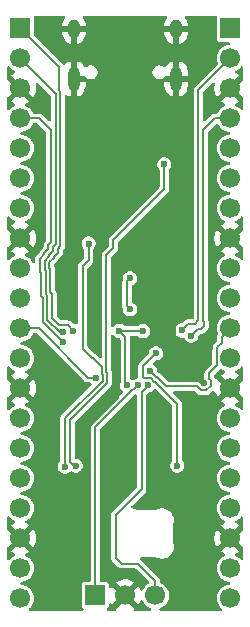
<source format=gbr>
%TF.GenerationSoftware,KiCad,Pcbnew,9.0.6*%
%TF.CreationDate,2026-01-03T15:13:41+00:00*%
%TF.ProjectId,Metaboard,4d657461-626f-4617-9264-2e6b69636164,rev?*%
%TF.SameCoordinates,Original*%
%TF.FileFunction,Copper,L2,Bot*%
%TF.FilePolarity,Positive*%
%FSLAX46Y46*%
G04 Gerber Fmt 4.6, Leading zero omitted, Abs format (unit mm)*
G04 Created by KiCad (PCBNEW 9.0.6) date 2026-01-03 15:13:41*
%MOMM*%
%LPD*%
G01*
G04 APERTURE LIST*
%TA.AperFunction,ComponentPad*%
%ADD10R,1.700000X1.700000*%
%TD*%
%TA.AperFunction,ComponentPad*%
%ADD11C,1.700000*%
%TD*%
%TA.AperFunction,HeatsinkPad*%
%ADD12O,1.000000X2.100000*%
%TD*%
%TA.AperFunction,HeatsinkPad*%
%ADD13O,1.000000X1.600000*%
%TD*%
%TA.AperFunction,ViaPad*%
%ADD14C,0.600000*%
%TD*%
%TA.AperFunction,Conductor*%
%ADD15C,0.200000*%
%TD*%
G04 APERTURE END LIST*
D10*
%TO.P,J3,1,Pin_1*%
%TO.N,VBUS*%
X120490000Y-68070000D03*
D11*
%TO.P,J3,2,Pin_2*%
%TO.N,GPIO29_ADC3*%
X120490000Y-70610000D03*
%TO.P,J3,3,Pin_3*%
%TO.N,GND*%
X120490000Y-73150000D03*
%TO.P,J3,4,Pin_4*%
%TO.N,GPIO28_ADC2*%
X120490000Y-75690000D03*
%TO.P,J3,5,Pin_5*%
%TO.N,+3V3*%
X120490000Y-78230000D03*
%TO.P,J3,6,Pin_6*%
%TO.N,GPIO27_ADC1*%
X120490000Y-80770000D03*
%TO.P,J3,7,Pin_7*%
%TO.N,GPIO26_ADC0*%
X120490000Y-83310000D03*
%TO.P,J3,8,Pin_8*%
%TO.N,GND*%
X120490000Y-85850000D03*
%TO.P,J3,9,Pin_9*%
%TO.N,GPIO24*%
X120490000Y-88390000D03*
%TO.P,J3,10,Pin_10*%
%TO.N,GPIO23*%
X120490000Y-90930000D03*
%TO.P,J3,11,Pin_11*%
%TO.N,RUN*%
X120490000Y-93470000D03*
%TO.P,J3,12,Pin_12*%
%TO.N,GPIO22*%
X120490000Y-96010000D03*
%TO.P,J3,13,Pin_13*%
%TO.N,GND*%
X120490000Y-98550000D03*
%TO.P,J3,14,Pin_14*%
%TO.N,GPIO21*%
X120490000Y-101090000D03*
%TO.P,J3,15,Pin_15*%
%TO.N,GPIO20*%
X120490000Y-103630000D03*
%TO.P,J3,16,Pin_16*%
%TO.N,GPIO19*%
X120490000Y-106170000D03*
%TO.P,J3,17,Pin_17*%
%TO.N,GPIO18*%
X120490000Y-108710000D03*
%TO.P,J3,18,Pin_18*%
%TO.N,GND*%
X120490000Y-111250000D03*
%TO.P,J3,19,Pin_19*%
%TO.N,GPIO17*%
X120490000Y-113790000D03*
%TO.P,J3,20,Pin_20*%
%TO.N,GPIO16*%
X120490000Y-116330000D03*
%TD*%
D10*
%TO.P,J2,1,Pin_1*%
%TO.N,GPIO0*%
X102710000Y-68070000D03*
D11*
%TO.P,J2,2,Pin_2*%
%TO.N,GPIO1*%
X102710000Y-70610000D03*
%TO.P,J2,3,Pin_3*%
%TO.N,GND*%
X102710000Y-73150000D03*
%TO.P,J2,4,Pin_4*%
%TO.N,GPIO2*%
X102710000Y-75690000D03*
%TO.P,J2,5,Pin_5*%
%TO.N,GPIO3*%
X102710000Y-78230000D03*
%TO.P,J2,6,Pin_6*%
%TO.N,GPIO4*%
X102710000Y-80770000D03*
%TO.P,J2,7,Pin_7*%
%TO.N,GPIO5*%
X102710000Y-83310000D03*
%TO.P,J2,8,Pin_8*%
%TO.N,GND*%
X102710000Y-85850000D03*
%TO.P,J2,9,Pin_9*%
%TO.N,GPIO6*%
X102710000Y-88390000D03*
%TO.P,J2,10,Pin_10*%
%TO.N,GPIO7*%
X102710000Y-90930000D03*
%TO.P,J2,11,Pin_11*%
%TO.N,GPIO8*%
X102710000Y-93470000D03*
%TO.P,J2,12,Pin_12*%
%TO.N,GPIO9*%
X102710000Y-96010000D03*
%TO.P,J2,13,Pin_13*%
%TO.N,GND*%
X102710000Y-98550000D03*
%TO.P,J2,14,Pin_14*%
%TO.N,GPIO10*%
X102710000Y-101090000D03*
%TO.P,J2,15,Pin_15*%
%TO.N,GPIO11*%
X102710000Y-103630000D03*
%TO.P,J2,16,Pin_16*%
%TO.N,GPIO12*%
X102710000Y-106170000D03*
%TO.P,J2,17,Pin_17*%
%TO.N,GPIO13*%
X102710000Y-108710000D03*
%TO.P,J2,18,Pin_18*%
%TO.N,GND*%
X102710000Y-111250000D03*
%TO.P,J2,19,Pin_19*%
%TO.N,GPIO14*%
X102710000Y-113790000D03*
%TO.P,J2,20,Pin_20*%
%TO.N,GPIO15*%
X102710000Y-116330000D03*
%TD*%
D10*
%TO.P,J4,1,Pin_1*%
%TO.N,SWCLK*%
X109060000Y-116090000D03*
D11*
%TO.P,J4,2,Pin_2*%
%TO.N,GND*%
X111600000Y-116090000D03*
%TO.P,J4,3,Pin_3*%
%TO.N,SWD*%
X114140000Y-116090000D03*
%TD*%
D12*
%TO.P,J1,S1,SHIELD*%
%TO.N,GND*%
X115900000Y-72330000D03*
D13*
X115900000Y-68150000D03*
D12*
X107260000Y-72330000D03*
D13*
X107260000Y-68150000D03*
%TD*%
D14*
%TO.N,GND*%
X115900000Y-82100000D03*
X112800000Y-85400000D03*
X117156036Y-91800000D03*
X118500000Y-108500000D03*
X106300000Y-91800000D03*
X115800000Y-114800000D03*
X116200000Y-74700000D03*
X116300000Y-113800000D03*
X105800000Y-98600000D03*
X104400000Y-110500000D03*
X107600000Y-76700000D03*
X119400000Y-87100000D03*
X111700000Y-107500000D03*
X104400000Y-99300000D03*
X104400000Y-74300000D03*
X119200000Y-77000000D03*
X110400000Y-108600000D03*
X108951472Y-91400000D03*
X108300000Y-85400000D03*
X106900000Y-80900000D03*
X118800000Y-110100000D03*
X108000000Y-102700000D03*
X107600000Y-110500000D03*
X111000000Y-96200000D03*
X104300000Y-77300000D03*
X119100000Y-99200000D03*
X110000000Y-112800000D03*
X115200000Y-105500000D03*
X116600000Y-88900000D03*
X118225735Y-98125735D03*
X109700000Y-102700000D03*
X111600000Y-114100000D03*
X111200000Y-76800000D03*
%TO.N,+3V3*%
X112000000Y-91869852D03*
X112000000Y-89250000D03*
%TO.N,+1V1*%
X111754011Y-98300000D03*
X111100000Y-93699000D03*
X113101376Y-93697838D03*
%TO.N,VBUS*%
X114900000Y-79600000D03*
X107400000Y-105100000D03*
%TO.N,GPIO25*%
X116000000Y-105100000D03*
X114200000Y-95600000D03*
%TO.N,GPIO1*%
X106350433Y-93802284D03*
%TO.N,GPIO8*%
X109085909Y-97659429D03*
%TO.N,GPIO0*%
X107210000Y-93700000D03*
%TO.N,GPIO2*%
X106290000Y-94600000D03*
%TO.N,GPIO28_ADC2*%
X117190000Y-94110000D03*
%TO.N,GPIO29_ADC3*%
X116380000Y-93660000D03*
%TO.N,RUN*%
X113700002Y-97100000D03*
%TO.N,SWD*%
X113506599Y-98305824D03*
%TO.N,SWCLK*%
X112706619Y-98300002D03*
%TO.N,QSPI_SS*%
X106500000Y-105200000D03*
X108500000Y-86300000D03*
%TD*%
D15*
%TO.N,GND*%
X115800000Y-82300000D02*
X115800000Y-82200000D01*
X104400000Y-110500000D02*
X107600000Y-110500000D01*
X115800000Y-112200000D02*
X115800000Y-114800000D01*
X115779000Y-93177036D02*
X117156036Y-91800000D01*
X111000000Y-99335441D02*
X111000000Y-96200000D01*
X116300000Y-112600000D02*
X116300000Y-113800000D01*
X110000000Y-112600000D02*
X110100000Y-112500000D01*
X109700000Y-102700000D02*
X109700000Y-105500000D01*
X108000000Y-102700000D02*
X108000000Y-102335441D01*
X110100000Y-108900000D02*
X110400000Y-108600000D01*
X120490000Y-98550000D02*
X120490000Y-98790000D01*
X120490000Y-98550000D02*
X120490000Y-98310000D01*
X115800000Y-82200000D02*
X115900000Y-82100000D01*
X116600000Y-88900000D02*
X117160000Y-89460000D01*
X120490000Y-98550000D02*
X120550000Y-98550000D01*
X117160000Y-89460000D02*
X117160000Y-91796036D01*
X118800000Y-110100000D02*
X116300000Y-112600000D01*
X115779000Y-95679000D02*
X115779000Y-93177036D01*
X117000000Y-107300000D02*
X117000000Y-111000000D01*
X120490000Y-98510000D02*
X121000000Y-98000000D01*
X110100000Y-112500000D02*
X110100000Y-108900000D01*
X109700000Y-105500000D02*
X111700000Y-107500000D01*
X115800000Y-82400000D02*
X115800000Y-82300000D01*
X110000000Y-112800000D02*
X110000000Y-112600000D01*
X108000000Y-102335441D02*
X111000000Y-99335441D01*
X118225735Y-98125735D02*
X115779000Y-95679000D01*
X117000000Y-111000000D02*
X115800000Y-112200000D01*
X117160000Y-91796036D02*
X117156036Y-91800000D01*
X115200000Y-105500000D02*
X117000000Y-107300000D01*
X112800000Y-85400000D02*
X115800000Y-82400000D01*
%TO.N,+3V3*%
X111740000Y-89510000D02*
X112000000Y-89250000D01*
X111740000Y-91609852D02*
X111740000Y-89510000D01*
X112000000Y-91869852D02*
X111740000Y-91609852D01*
%TO.N,+1V1*%
X111754011Y-98300000D02*
X111600000Y-98145989D01*
X111600000Y-98145989D02*
X111600000Y-94199000D01*
X111600000Y-94199000D02*
X111100000Y-93699000D01*
X111101162Y-93697838D02*
X111100000Y-93699000D01*
X113101376Y-93697838D02*
X111101162Y-93697838D01*
%TO.N,VBUS*%
X114900000Y-79600000D02*
X114900000Y-81700000D01*
X110087909Y-97270866D02*
X110087909Y-98074472D01*
X110000000Y-88599000D02*
X110001000Y-88600000D01*
X106924971Y-104775028D02*
X107249942Y-105100000D01*
X106924971Y-101237410D02*
X106924971Y-104775028D01*
X110001000Y-97183957D02*
X110087909Y-97270866D01*
X114900000Y-81700000D02*
X110600000Y-86000000D01*
X110087909Y-98074472D02*
X106924971Y-101237410D01*
X110001000Y-88600000D02*
X110001000Y-97183957D01*
X110600000Y-86700000D02*
X110000000Y-87300000D01*
X107249942Y-105100000D02*
X107400000Y-105100000D01*
X110000000Y-87300000D02*
X110000000Y-88599000D01*
X110600000Y-86000000D02*
X110600000Y-86700000D01*
%TO.N,GPIO25*%
X114050718Y-98000000D02*
X113755542Y-97704824D01*
X114100000Y-98000000D02*
X114050718Y-98000000D01*
X116000000Y-105100000D02*
X116000000Y-99900000D01*
X113404824Y-97704824D02*
X113400000Y-97700000D01*
X113100000Y-97600000D02*
X113100000Y-96700000D01*
X116000000Y-99900000D02*
X114100000Y-98000000D01*
X113755542Y-97704824D02*
X113404824Y-97704824D01*
X113400000Y-97700000D02*
X113200000Y-97700000D01*
X113100000Y-96700000D02*
X114200000Y-95600000D01*
X113200000Y-97700000D02*
X113100000Y-97600000D01*
%TO.N,GPIO1*%
X104773050Y-88565043D02*
X104773050Y-87734957D01*
X105000000Y-92742900D02*
X105000000Y-90754200D01*
X106059384Y-93802284D02*
X105000000Y-92742900D01*
X106350433Y-93802284D02*
X106059384Y-93802284D01*
X105699000Y-86368100D02*
X105699000Y-73599000D01*
X104773050Y-87734957D02*
X105125107Y-87382900D01*
X105501000Y-86931900D02*
X105501000Y-86566100D01*
X104848000Y-88639993D02*
X104773050Y-88565043D01*
X105000000Y-90754200D02*
X104848000Y-90602200D01*
X105125107Y-87307793D02*
X105501000Y-86931900D01*
X105125107Y-87382900D02*
X105125107Y-87307793D01*
X104848000Y-90602200D02*
X104848000Y-88639993D01*
X105699000Y-73599000D02*
X102710000Y-70610000D01*
X105501000Y-86566100D02*
X105699000Y-86368100D01*
%TO.N,GPIO8*%
X109085909Y-97659429D02*
X108459429Y-97659429D01*
X108459429Y-97659429D02*
X104270000Y-93470000D01*
X104270000Y-93470000D02*
X102710000Y-93470000D01*
%TO.N,GPIO0*%
X105249000Y-88473893D02*
X105174050Y-88398943D01*
X105902000Y-87098000D02*
X105902000Y-86732200D01*
X107210000Y-93700000D02*
X106711284Y-93201284D01*
X105174050Y-87901057D02*
X105526107Y-87549000D01*
X105526107Y-87473893D02*
X105902000Y-87098000D01*
X105401000Y-90588100D02*
X105249000Y-90436100D01*
X105174050Y-88398943D02*
X105174050Y-87901057D01*
X105401000Y-92576800D02*
X105401000Y-90588100D01*
X105249000Y-90436100D02*
X105249000Y-88473893D01*
X106711284Y-93201284D02*
X106025484Y-93201284D01*
X105902000Y-86732200D02*
X106100000Y-86534200D01*
X106100000Y-86534200D02*
X106100000Y-73432900D01*
X106025484Y-93201284D02*
X105401000Y-92576800D01*
X105526107Y-87549000D02*
X105526107Y-87473893D01*
X106000000Y-73332900D02*
X106000000Y-71360000D01*
X106000000Y-71360000D02*
X102710000Y-68070000D01*
X106100000Y-73432900D02*
X106000000Y-73332900D01*
%TO.N,GPIO2*%
X104447000Y-90768300D02*
X104447000Y-88806093D01*
X104599000Y-90920300D02*
X104447000Y-90768300D01*
X106290000Y-94600000D02*
X104599000Y-92909000D01*
X105298000Y-76698000D02*
X104290000Y-75690000D01*
X104724107Y-87141693D02*
X105100000Y-86765800D01*
X104724107Y-87216800D02*
X104724107Y-87141693D01*
X105298000Y-86202000D02*
X105298000Y-76698000D01*
X104447000Y-88806093D02*
X104372050Y-88731143D01*
X104599000Y-92909000D02*
X104599000Y-90920300D01*
X104290000Y-75690000D02*
X102710000Y-75690000D01*
X105100000Y-86765800D02*
X105100000Y-86400000D01*
X105100000Y-86400000D02*
X105298000Y-86202000D01*
X104372050Y-88731143D02*
X104372050Y-87568857D01*
X104372050Y-87568857D02*
X104724107Y-87216800D01*
%TO.N,GPIO28_ADC2*%
X117190000Y-94110000D02*
X117770000Y-93530000D01*
X119210000Y-75690000D02*
X120490000Y-75690000D01*
X118200000Y-76700000D02*
X119210000Y-75690000D01*
X118272000Y-93295100D02*
X118272000Y-92962900D01*
X117770000Y-93530000D02*
X118037100Y-93530000D01*
X118201000Y-78633900D02*
X118200000Y-78632900D01*
X118037100Y-93530000D02*
X118272000Y-93295100D01*
X118201000Y-92891900D02*
X118201000Y-78633900D01*
X118272000Y-92962900D02*
X118201000Y-92891900D01*
X118200000Y-78632900D02*
X118200000Y-76700000D01*
%TO.N,GPIO29_ADC3*%
X116911000Y-93129000D02*
X117471000Y-93129000D01*
X116380000Y-93660000D02*
X116911000Y-93129000D01*
X117800000Y-92800000D02*
X117800000Y-73300000D01*
X117800000Y-73300000D02*
X120490000Y-70610000D01*
X117471000Y-93129000D02*
X117800000Y-92800000D01*
%TO.N,RUN*%
X118474678Y-98726735D02*
X117976792Y-98726735D01*
X117650057Y-98400000D02*
X115067100Y-98400000D01*
X119400000Y-96547760D02*
X119400000Y-96600000D01*
X113709148Y-97091330D02*
X113700478Y-97100000D01*
X114216818Y-97599000D02*
X113709148Y-97091330D01*
X119780000Y-94180000D02*
X119780000Y-94712240D01*
X119780000Y-94712240D02*
X119400000Y-95092240D01*
X119339000Y-95533240D02*
X119339000Y-96486760D01*
X114266100Y-97599000D02*
X114216818Y-97599000D01*
X118826735Y-97876792D02*
X118826735Y-98374678D01*
X117976792Y-98726735D02*
X117650057Y-98400000D01*
X119400000Y-96600000D02*
X118700000Y-97300000D01*
X119400000Y-95472240D02*
X119339000Y-95533240D01*
X120490000Y-93470000D02*
X119780000Y-94180000D01*
X119400000Y-95092240D02*
X119400000Y-95472240D01*
X118826735Y-98374678D02*
X118474678Y-98726735D01*
X118700000Y-97750057D02*
X118826735Y-97876792D01*
X119339000Y-96486760D02*
X119400000Y-96547760D01*
X118700000Y-97300000D02*
X118700000Y-97750057D01*
X115067100Y-98400000D02*
X114266100Y-97599000D01*
X113700478Y-97100000D02*
X113700002Y-97100000D01*
%TO.N,SWD*%
X112652081Y-113400000D02*
X114140000Y-114887919D01*
X113502933Y-98309490D02*
X113502933Y-98397067D01*
X110800000Y-112900000D02*
X111300000Y-113400000D01*
X113041468Y-98858532D02*
X113041468Y-98900000D01*
X111300000Y-113400000D02*
X112652081Y-113400000D01*
X112996169Y-98945299D02*
X112996169Y-107103831D01*
X110800000Y-109300000D02*
X110800000Y-112900000D01*
X113041468Y-98900000D02*
X112996169Y-98945299D01*
X114140000Y-114887919D02*
X114140000Y-116090000D01*
X112996169Y-107103831D02*
X110800000Y-109300000D01*
X113502933Y-98397067D02*
X113041468Y-98858532D01*
X113506599Y-98305824D02*
X113502933Y-98309490D01*
%TO.N,SWCLK*%
X112706619Y-98300002D02*
X112355095Y-98651526D01*
X109060000Y-101842541D02*
X109060000Y-116090000D01*
X112251015Y-98651526D02*
X109060000Y-101842541D01*
X112355095Y-98651526D02*
X112251015Y-98651526D01*
%TO.N,QSPI_SS*%
X108834900Y-96000000D02*
X108800000Y-96000000D01*
X108800000Y-96000000D02*
X108000000Y-95200000D01*
X108500000Y-87700000D02*
X108500000Y-86300000D01*
X106500000Y-101095281D02*
X109686909Y-97908372D01*
X109686909Y-97436966D02*
X109600000Y-97350057D01*
X106500000Y-105200000D02*
X106500000Y-101095281D01*
X109686909Y-97908372D02*
X109686909Y-97436966D01*
X109600000Y-96765100D02*
X108834900Y-96000000D01*
X108000000Y-95200000D02*
X108000000Y-88200000D01*
X109600000Y-97350057D02*
X109600000Y-96765100D01*
X108000000Y-88200000D02*
X108500000Y-87700000D01*
%TD*%
%TA.AperFunction,Conductor*%
%TO.N,GND*%
G36*
X104119784Y-93890185D02*
G01*
X104140426Y-93906819D01*
X108138948Y-97905341D01*
X108138949Y-97905342D01*
X108213516Y-97979909D01*
X108304842Y-98032636D01*
X108406702Y-98059929D01*
X108512156Y-98059929D01*
X108585811Y-98059929D01*
X108615251Y-98068573D01*
X108645238Y-98075097D01*
X108650253Y-98078851D01*
X108652850Y-98079614D01*
X108673492Y-98096248D01*
X108715384Y-98138140D01*
X108748869Y-98199463D01*
X108743885Y-98269155D01*
X108715384Y-98313502D01*
X106179522Y-100849365D01*
X106179520Y-100849368D01*
X106126793Y-100940691D01*
X106111048Y-100999455D01*
X106099500Y-101042550D01*
X106099500Y-104699902D01*
X106079815Y-104766941D01*
X106063181Y-104787583D01*
X106019481Y-104831282D01*
X106019475Y-104831290D01*
X105940426Y-104968209D01*
X105940423Y-104968216D01*
X105899500Y-105120943D01*
X105899500Y-105279057D01*
X105940213Y-105430998D01*
X105940423Y-105431783D01*
X105940426Y-105431790D01*
X106019475Y-105568709D01*
X106019479Y-105568714D01*
X106019480Y-105568716D01*
X106131284Y-105680520D01*
X106131286Y-105680521D01*
X106131290Y-105680524D01*
X106214151Y-105728363D01*
X106268216Y-105759577D01*
X106420943Y-105800500D01*
X106420945Y-105800500D01*
X106579055Y-105800500D01*
X106579057Y-105800500D01*
X106731784Y-105759577D01*
X106868716Y-105680520D01*
X106924340Y-105624895D01*
X106985659Y-105591413D01*
X107055351Y-105596397D01*
X107074015Y-105605190D01*
X107168216Y-105659577D01*
X107320943Y-105700500D01*
X107320945Y-105700500D01*
X107479055Y-105700500D01*
X107479057Y-105700500D01*
X107631784Y-105659577D01*
X107768716Y-105580520D01*
X107880520Y-105468716D01*
X107959577Y-105331784D01*
X108000500Y-105179057D01*
X108000500Y-105020943D01*
X107959577Y-104868216D01*
X107938258Y-104831290D01*
X107880524Y-104731290D01*
X107880518Y-104731282D01*
X107768717Y-104619481D01*
X107768709Y-104619475D01*
X107631790Y-104540426D01*
X107631786Y-104540424D01*
X107631784Y-104540423D01*
X107479057Y-104499500D01*
X107479056Y-104499500D01*
X107449471Y-104499500D01*
X107382432Y-104479815D01*
X107336677Y-104427011D01*
X107325471Y-104375500D01*
X107325471Y-101454665D01*
X107345156Y-101387626D01*
X107361790Y-101366984D01*
X108881501Y-99847273D01*
X110408389Y-98320385D01*
X110461116Y-98229060D01*
X110488409Y-98127199D01*
X110488409Y-98021745D01*
X110488409Y-97218139D01*
X110478805Y-97182296D01*
X110477937Y-97179055D01*
X110461117Y-97116280D01*
X110461116Y-97116278D01*
X110418112Y-97041794D01*
X110401500Y-96979795D01*
X110401500Y-94148930D01*
X110421185Y-94081891D01*
X110473989Y-94036136D01*
X110543147Y-94026192D01*
X110606703Y-94055217D01*
X110613387Y-94062314D01*
X110613733Y-94061969D01*
X110619480Y-94067716D01*
X110731284Y-94179520D01*
X110731286Y-94179521D01*
X110731290Y-94179524D01*
X110866196Y-94257411D01*
X110868216Y-94258577D01*
X111020943Y-94299500D01*
X111075500Y-94299500D01*
X111142539Y-94319185D01*
X111188294Y-94371989D01*
X111199500Y-94423500D01*
X111199500Y-98032986D01*
X111195275Y-98065080D01*
X111194435Y-98068213D01*
X111194434Y-98068216D01*
X111153511Y-98220943D01*
X111153511Y-98379057D01*
X111193760Y-98529266D01*
X111194434Y-98531783D01*
X111194437Y-98531790D01*
X111273486Y-98668709D01*
X111273492Y-98668717D01*
X111382780Y-98778005D01*
X111416265Y-98839328D01*
X111411281Y-98909020D01*
X111382780Y-98953367D01*
X108739522Y-101596625D01*
X108739520Y-101596628D01*
X108686793Y-101687951D01*
X108659500Y-101789814D01*
X108659500Y-114815500D01*
X108639815Y-114882539D01*
X108587011Y-114928294D01*
X108535500Y-114939500D01*
X108165143Y-114939500D01*
X108165117Y-114939502D01*
X108140012Y-114942413D01*
X108140008Y-114942415D01*
X108037235Y-114987793D01*
X107957794Y-115067234D01*
X107912415Y-115170006D01*
X107912415Y-115170008D01*
X107909500Y-115195131D01*
X107909500Y-116984856D01*
X107909502Y-116984882D01*
X107912413Y-117009987D01*
X107912415Y-117009991D01*
X107957793Y-117112764D01*
X108032848Y-117187819D01*
X108066333Y-117249142D01*
X108061349Y-117318834D01*
X108019477Y-117374767D01*
X107954013Y-117399184D01*
X107945167Y-117399500D01*
X103566916Y-117399500D01*
X103499877Y-117379815D01*
X103454122Y-117327011D01*
X103444178Y-117257853D01*
X103473203Y-117194297D01*
X103479235Y-117187819D01*
X103510844Y-117156210D01*
X103587553Y-117079501D01*
X103693996Y-116932994D01*
X103776211Y-116771639D01*
X103832171Y-116599409D01*
X103856856Y-116443554D01*
X103860500Y-116420551D01*
X103860500Y-116239448D01*
X103844019Y-116135397D01*
X103832171Y-116060591D01*
X103804191Y-115974476D01*
X103776212Y-115888363D01*
X103776211Y-115888360D01*
X103722523Y-115782993D01*
X103693996Y-115727006D01*
X103636859Y-115648363D01*
X103587558Y-115580505D01*
X103587554Y-115580500D01*
X103459499Y-115452445D01*
X103459494Y-115452441D01*
X103312997Y-115346006D01*
X103312996Y-115346005D01*
X103312994Y-115346004D01*
X103261300Y-115319664D01*
X103151639Y-115263788D01*
X103151636Y-115263787D01*
X102979410Y-115207829D01*
X102819321Y-115182473D01*
X102756186Y-115152544D01*
X102719255Y-115093232D01*
X102720253Y-115023370D01*
X102758863Y-114965137D01*
X102819321Y-114937527D01*
X102889425Y-114926422D01*
X102979409Y-114912171D01*
X103151639Y-114856211D01*
X103312994Y-114773996D01*
X103459501Y-114667553D01*
X103587553Y-114539501D01*
X103693996Y-114392994D01*
X103776211Y-114231639D01*
X103832171Y-114059409D01*
X103846765Y-113967259D01*
X103860500Y-113880551D01*
X103860500Y-113699448D01*
X103844019Y-113595397D01*
X103832171Y-113520591D01*
X103776211Y-113348361D01*
X103776211Y-113348360D01*
X103747740Y-113292484D01*
X103693996Y-113187006D01*
X103631401Y-113100851D01*
X103587558Y-113040505D01*
X103587554Y-113040500D01*
X103459499Y-112912445D01*
X103459494Y-112912441D01*
X103312995Y-112806004D01*
X103181314Y-112738908D01*
X103130519Y-112690934D01*
X103113724Y-112623113D01*
X103136262Y-112556978D01*
X103190977Y-112513527D01*
X103199295Y-112510492D01*
X103228217Y-112501095D01*
X103417554Y-112404622D01*
X103471716Y-112365270D01*
X103471717Y-112365270D01*
X102839408Y-111732962D01*
X102902993Y-111715925D01*
X103017007Y-111650099D01*
X103110099Y-111557007D01*
X103175925Y-111442993D01*
X103192962Y-111379409D01*
X103825270Y-112011717D01*
X103825270Y-112011716D01*
X103864622Y-111957554D01*
X103961095Y-111768217D01*
X104026757Y-111566130D01*
X104026757Y-111566127D01*
X104060000Y-111356246D01*
X104060000Y-111143753D01*
X104026757Y-110933872D01*
X104026757Y-110933869D01*
X103961095Y-110731782D01*
X103864624Y-110542449D01*
X103825270Y-110488282D01*
X103825269Y-110488282D01*
X103192962Y-111120590D01*
X103175925Y-111057007D01*
X103110099Y-110942993D01*
X103017007Y-110849901D01*
X102902993Y-110784075D01*
X102839409Y-110767037D01*
X103471716Y-110134728D01*
X103417550Y-110095375D01*
X103228217Y-109998904D01*
X103199292Y-109989506D01*
X103141616Y-109950068D01*
X103114418Y-109885710D01*
X103126333Y-109816863D01*
X103173577Y-109765388D01*
X103181315Y-109761090D01*
X103312994Y-109693996D01*
X103459501Y-109587553D01*
X103587553Y-109459501D01*
X103693996Y-109312994D01*
X103776211Y-109151639D01*
X103832171Y-108979409D01*
X103846765Y-108887259D01*
X103860500Y-108800551D01*
X103860500Y-108619448D01*
X103843125Y-108509751D01*
X103832171Y-108440591D01*
X103776211Y-108268361D01*
X103776211Y-108268360D01*
X103747740Y-108212484D01*
X103693996Y-108107006D01*
X103631401Y-108020851D01*
X103587558Y-107960505D01*
X103587554Y-107960500D01*
X103459499Y-107832445D01*
X103459494Y-107832441D01*
X103312997Y-107726006D01*
X103312996Y-107726005D01*
X103312994Y-107726004D01*
X103261300Y-107699664D01*
X103151639Y-107643788D01*
X103151636Y-107643787D01*
X102979410Y-107587829D01*
X102819321Y-107562473D01*
X102756186Y-107532544D01*
X102719255Y-107473232D01*
X102720253Y-107403370D01*
X102758863Y-107345137D01*
X102819321Y-107317527D01*
X102889425Y-107306422D01*
X102979409Y-107292171D01*
X103151639Y-107236211D01*
X103312994Y-107153996D01*
X103459501Y-107047553D01*
X103587553Y-106919501D01*
X103693996Y-106772994D01*
X103776211Y-106611639D01*
X103832171Y-106439409D01*
X103846765Y-106347259D01*
X103860500Y-106260551D01*
X103860500Y-106079448D01*
X103844019Y-105975397D01*
X103832171Y-105900591D01*
X103776211Y-105728361D01*
X103776211Y-105728360D01*
X103747740Y-105672484D01*
X103693996Y-105567006D01*
X103631401Y-105480851D01*
X103587558Y-105420505D01*
X103587554Y-105420500D01*
X103459499Y-105292445D01*
X103459494Y-105292441D01*
X103312997Y-105186006D01*
X103312996Y-105186005D01*
X103312994Y-105186004D01*
X103261300Y-105159664D01*
X103151639Y-105103788D01*
X103151636Y-105103787D01*
X102979410Y-105047829D01*
X102819321Y-105022473D01*
X102756186Y-104992544D01*
X102719255Y-104933232D01*
X102720253Y-104863370D01*
X102758863Y-104805137D01*
X102819321Y-104777527D01*
X102889425Y-104766422D01*
X102979409Y-104752171D01*
X103151639Y-104696211D01*
X103312994Y-104613996D01*
X103459501Y-104507553D01*
X103587553Y-104379501D01*
X103693996Y-104232994D01*
X103776211Y-104071639D01*
X103832171Y-103899409D01*
X103846765Y-103807259D01*
X103860500Y-103720551D01*
X103860500Y-103539448D01*
X103844019Y-103435397D01*
X103832171Y-103360591D01*
X103776211Y-103188361D01*
X103776211Y-103188360D01*
X103747740Y-103132484D01*
X103693996Y-103027006D01*
X103631401Y-102940851D01*
X103587558Y-102880505D01*
X103587554Y-102880500D01*
X103459499Y-102752445D01*
X103459494Y-102752441D01*
X103312997Y-102646006D01*
X103312996Y-102646005D01*
X103312994Y-102646004D01*
X103261300Y-102619664D01*
X103151639Y-102563788D01*
X103151636Y-102563787D01*
X102979410Y-102507829D01*
X102819321Y-102482473D01*
X102756186Y-102452544D01*
X102719255Y-102393232D01*
X102720253Y-102323370D01*
X102758863Y-102265137D01*
X102819321Y-102237527D01*
X102889425Y-102226422D01*
X102979409Y-102212171D01*
X103151639Y-102156211D01*
X103312994Y-102073996D01*
X103459501Y-101967553D01*
X103587553Y-101839501D01*
X103693996Y-101692994D01*
X103776211Y-101531639D01*
X103832171Y-101359409D01*
X103846765Y-101267259D01*
X103860500Y-101180551D01*
X103860500Y-100999448D01*
X103844019Y-100895397D01*
X103832171Y-100820591D01*
X103776211Y-100648361D01*
X103776211Y-100648360D01*
X103747740Y-100592484D01*
X103693996Y-100487006D01*
X103631401Y-100400851D01*
X103587558Y-100340505D01*
X103587554Y-100340500D01*
X103459499Y-100212445D01*
X103459494Y-100212441D01*
X103312995Y-100106004D01*
X103181314Y-100038908D01*
X103130519Y-99990934D01*
X103113724Y-99923113D01*
X103136262Y-99856978D01*
X103190977Y-99813527D01*
X103199295Y-99810492D01*
X103228217Y-99801095D01*
X103417554Y-99704622D01*
X103471716Y-99665270D01*
X103471717Y-99665270D01*
X102839408Y-99032962D01*
X102902993Y-99015925D01*
X103017007Y-98950099D01*
X103110099Y-98857007D01*
X103175925Y-98742993D01*
X103192962Y-98679409D01*
X103825270Y-99311717D01*
X103825270Y-99311716D01*
X103864622Y-99257554D01*
X103961095Y-99068217D01*
X104026757Y-98866130D01*
X104026757Y-98866127D01*
X104060000Y-98656246D01*
X104060000Y-98443753D01*
X104026757Y-98233872D01*
X104026757Y-98233869D01*
X103961095Y-98031782D01*
X103864624Y-97842449D01*
X103825270Y-97788282D01*
X103825269Y-97788282D01*
X103192962Y-98420590D01*
X103175925Y-98357007D01*
X103110099Y-98242993D01*
X103017007Y-98149901D01*
X102902993Y-98084075D01*
X102839409Y-98067037D01*
X103471716Y-97434728D01*
X103417550Y-97395375D01*
X103228217Y-97298904D01*
X103199292Y-97289506D01*
X103141616Y-97250068D01*
X103114418Y-97185710D01*
X103126333Y-97116863D01*
X103173577Y-97065388D01*
X103181315Y-97061090D01*
X103312994Y-96993996D01*
X103459501Y-96887553D01*
X103587553Y-96759501D01*
X103693996Y-96612994D01*
X103776211Y-96451639D01*
X103832171Y-96279409D01*
X103846765Y-96187259D01*
X103860500Y-96100551D01*
X103860500Y-95919448D01*
X103844019Y-95815397D01*
X103832171Y-95740591D01*
X103796838Y-95631844D01*
X103776212Y-95568363D01*
X103776211Y-95568360D01*
X103713820Y-95445913D01*
X103693996Y-95407006D01*
X103665814Y-95368216D01*
X103587558Y-95260505D01*
X103587554Y-95260500D01*
X103459499Y-95132445D01*
X103459494Y-95132441D01*
X103312997Y-95026006D01*
X103312996Y-95026005D01*
X103312994Y-95026004D01*
X103260977Y-94999500D01*
X103151639Y-94943788D01*
X103151636Y-94943787D01*
X102979410Y-94887829D01*
X102819321Y-94862473D01*
X102756186Y-94832544D01*
X102719255Y-94773232D01*
X102720253Y-94703370D01*
X102758863Y-94645137D01*
X102819321Y-94617527D01*
X102889425Y-94606422D01*
X102979409Y-94592171D01*
X103151639Y-94536211D01*
X103312994Y-94453996D01*
X103459501Y-94347553D01*
X103587553Y-94219501D01*
X103693996Y-94072994D01*
X103762675Y-93938205D01*
X103773124Y-93927140D01*
X103779447Y-93913297D01*
X103796627Y-93902255D01*
X103810650Y-93887409D01*
X103826329Y-93883167D01*
X103838225Y-93875523D01*
X103873160Y-93870500D01*
X104052745Y-93870500D01*
X104119784Y-93890185D01*
G37*
%TD.AperFunction*%
%TA.AperFunction,Conductor*%
G36*
X111134075Y-116282993D02*
G01*
X111199901Y-116397007D01*
X111292993Y-116490099D01*
X111407007Y-116555925D01*
X111470590Y-116572962D01*
X110838282Y-117205269D01*
X110842768Y-117262259D01*
X110842264Y-117262298D01*
X110845515Y-117300119D01*
X110812912Y-117361916D01*
X110752075Y-117396276D01*
X110723983Y-117399500D01*
X110174833Y-117399500D01*
X110107794Y-117379815D01*
X110062039Y-117327011D01*
X110052095Y-117257853D01*
X110081120Y-117194297D01*
X110087152Y-117187819D01*
X110118761Y-117156210D01*
X110162206Y-117112765D01*
X110207585Y-117009991D01*
X110210500Y-116984865D01*
X110210499Y-116853076D01*
X110230183Y-116786040D01*
X110282987Y-116740285D01*
X110352145Y-116730341D01*
X110415701Y-116759365D01*
X110442495Y-116793600D01*
X110442829Y-116793396D01*
X110444607Y-116796297D01*
X110444977Y-116796770D01*
X110445373Y-116797547D01*
X110484728Y-116851716D01*
X111117037Y-116219408D01*
X111134075Y-116282993D01*
G37*
%TD.AperFunction*%
%TA.AperFunction,Conductor*%
G36*
X112715270Y-116851717D02*
G01*
X112715270Y-116851716D01*
X112754622Y-116797554D01*
X112851095Y-116608217D01*
X112860492Y-116579295D01*
X112899928Y-116521618D01*
X112964286Y-116494419D01*
X113033133Y-116506331D01*
X113084610Y-116553574D01*
X113088908Y-116561314D01*
X113156004Y-116692995D01*
X113262441Y-116839494D01*
X113262445Y-116839499D01*
X113390500Y-116967554D01*
X113390505Y-116967558D01*
X113518287Y-117060396D01*
X113537006Y-117073996D01*
X113698361Y-117156211D01*
X113702538Y-117157568D01*
X113760214Y-117197005D01*
X113787413Y-117261363D01*
X113775500Y-117330209D01*
X113728257Y-117381686D01*
X113664222Y-117399500D01*
X112476016Y-117399500D01*
X112408977Y-117379815D01*
X112363222Y-117327011D01*
X112353278Y-117257853D01*
X112358474Y-117246474D01*
X112361717Y-117205270D01*
X111729408Y-116572962D01*
X111792993Y-116555925D01*
X111907007Y-116490099D01*
X112000099Y-116397007D01*
X112065925Y-116282993D01*
X112082962Y-116219408D01*
X112715270Y-116851717D01*
G37*
%TD.AperFunction*%
%TA.AperFunction,Conductor*%
G36*
X114171254Y-98638888D02*
G01*
X114182289Y-98648682D01*
X115563181Y-100029573D01*
X115596666Y-100090896D01*
X115599500Y-100117254D01*
X115599500Y-104599902D01*
X115579815Y-104666941D01*
X115563181Y-104687583D01*
X115519481Y-104731282D01*
X115519475Y-104731290D01*
X115440426Y-104868209D01*
X115440423Y-104868216D01*
X115399500Y-105020943D01*
X115399500Y-105179057D01*
X115401362Y-105186004D01*
X115440423Y-105331783D01*
X115440426Y-105331790D01*
X115519475Y-105468709D01*
X115519479Y-105468714D01*
X115519480Y-105468716D01*
X115631284Y-105580520D01*
X115631286Y-105580521D01*
X115631290Y-105580524D01*
X115768209Y-105659573D01*
X115768216Y-105659577D01*
X115920943Y-105700500D01*
X115920945Y-105700500D01*
X116079055Y-105700500D01*
X116079057Y-105700500D01*
X116231784Y-105659577D01*
X116368716Y-105580520D01*
X116480520Y-105468716D01*
X116559577Y-105331784D01*
X116600500Y-105179057D01*
X116600500Y-105020943D01*
X116559577Y-104868216D01*
X116538258Y-104831290D01*
X116480524Y-104731290D01*
X116480518Y-104731282D01*
X116436819Y-104687583D01*
X116403334Y-104626260D01*
X116400500Y-104599902D01*
X116400500Y-99847275D01*
X116400500Y-99847273D01*
X116373207Y-99745413D01*
X116373207Y-99745412D01*
X116346843Y-99699750D01*
X116320480Y-99654087D01*
X116245913Y-99579520D01*
X116245910Y-99579518D01*
X115678573Y-99012181D01*
X115645088Y-98950858D01*
X115650072Y-98881166D01*
X115691944Y-98825233D01*
X115757408Y-98800816D01*
X115766254Y-98800500D01*
X117432802Y-98800500D01*
X117499841Y-98820185D01*
X117520483Y-98836819D01*
X117730879Y-99047215D01*
X117822204Y-99099942D01*
X117924065Y-99127235D01*
X117924067Y-99127235D01*
X118527403Y-99127235D01*
X118527405Y-99127235D01*
X118629266Y-99099942D01*
X118720591Y-99047215D01*
X118964105Y-98803700D01*
X119025423Y-98770218D01*
X119095115Y-98775202D01*
X119151049Y-98817073D01*
X119172356Y-98862439D01*
X119173240Y-98866123D01*
X119238904Y-99068217D01*
X119335375Y-99257550D01*
X119374728Y-99311716D01*
X120007037Y-98679408D01*
X120024075Y-98742993D01*
X120089901Y-98857007D01*
X120182993Y-98950099D01*
X120297007Y-99015925D01*
X120360590Y-99032962D01*
X119728282Y-99665269D01*
X119728282Y-99665270D01*
X119782449Y-99704624D01*
X119971780Y-99801094D01*
X120000705Y-99810492D01*
X120058381Y-99849929D01*
X120085580Y-99914287D01*
X120073667Y-99983134D01*
X120026424Y-100034610D01*
X120018685Y-100038908D01*
X119887004Y-100106004D01*
X119740505Y-100212441D01*
X119740500Y-100212445D01*
X119612445Y-100340500D01*
X119612441Y-100340505D01*
X119506006Y-100487002D01*
X119423788Y-100648360D01*
X119423787Y-100648363D01*
X119367829Y-100820589D01*
X119339500Y-100999448D01*
X119339500Y-101180551D01*
X119367829Y-101359410D01*
X119423787Y-101531636D01*
X119423788Y-101531639D01*
X119479664Y-101641300D01*
X119503435Y-101687953D01*
X119506006Y-101692997D01*
X119612441Y-101839494D01*
X119612445Y-101839499D01*
X119740500Y-101967554D01*
X119740505Y-101967558D01*
X119867459Y-102059794D01*
X119887006Y-102073996D01*
X119992484Y-102127740D01*
X120048360Y-102156211D01*
X120048363Y-102156212D01*
X120134476Y-102184191D01*
X120220591Y-102212171D01*
X120293639Y-102223740D01*
X120380678Y-102237527D01*
X120443813Y-102267456D01*
X120480744Y-102326768D01*
X120479746Y-102396631D01*
X120441136Y-102454863D01*
X120380678Y-102482473D01*
X120220589Y-102507829D01*
X120048363Y-102563787D01*
X120048360Y-102563788D01*
X119887002Y-102646006D01*
X119740505Y-102752441D01*
X119740500Y-102752445D01*
X119612445Y-102880500D01*
X119612441Y-102880505D01*
X119506006Y-103027002D01*
X119423788Y-103188360D01*
X119423787Y-103188363D01*
X119367829Y-103360589D01*
X119339500Y-103539448D01*
X119339500Y-103720551D01*
X119367829Y-103899410D01*
X119423787Y-104071636D01*
X119423788Y-104071639D01*
X119506006Y-104232997D01*
X119612441Y-104379494D01*
X119612445Y-104379499D01*
X119740500Y-104507554D01*
X119740505Y-104507558D01*
X119867607Y-104599902D01*
X119887006Y-104613996D01*
X119990916Y-104666941D01*
X120048360Y-104696211D01*
X120048363Y-104696212D01*
X120134476Y-104724191D01*
X120220591Y-104752171D01*
X120293639Y-104763740D01*
X120380678Y-104777527D01*
X120443813Y-104807456D01*
X120480744Y-104866768D01*
X120479746Y-104936631D01*
X120441136Y-104994863D01*
X120380678Y-105022473D01*
X120220589Y-105047829D01*
X120048363Y-105103787D01*
X120048360Y-105103788D01*
X119887002Y-105186006D01*
X119740505Y-105292441D01*
X119740500Y-105292445D01*
X119612445Y-105420500D01*
X119612441Y-105420505D01*
X119506006Y-105567002D01*
X119423788Y-105728360D01*
X119423787Y-105728363D01*
X119367829Y-105900589D01*
X119339500Y-106079448D01*
X119339500Y-106260551D01*
X119367829Y-106439410D01*
X119423787Y-106611636D01*
X119423788Y-106611639D01*
X119506006Y-106772997D01*
X119612441Y-106919494D01*
X119612445Y-106919499D01*
X119740500Y-107047554D01*
X119740505Y-107047558D01*
X119868287Y-107140396D01*
X119887006Y-107153996D01*
X119992484Y-107207740D01*
X120048360Y-107236211D01*
X120048363Y-107236212D01*
X120116711Y-107258419D01*
X120220591Y-107292171D01*
X120293639Y-107303740D01*
X120380678Y-107317527D01*
X120443813Y-107347456D01*
X120480744Y-107406768D01*
X120479746Y-107476631D01*
X120441136Y-107534863D01*
X120380678Y-107562473D01*
X120220589Y-107587829D01*
X120048363Y-107643787D01*
X120048360Y-107643788D01*
X119887002Y-107726006D01*
X119740505Y-107832441D01*
X119740500Y-107832445D01*
X119612445Y-107960500D01*
X119612441Y-107960505D01*
X119506006Y-108107002D01*
X119423788Y-108268360D01*
X119423787Y-108268363D01*
X119367829Y-108440589D01*
X119339500Y-108619448D01*
X119339500Y-108800551D01*
X119367829Y-108979410D01*
X119423787Y-109151636D01*
X119423788Y-109151639D01*
X119506006Y-109312997D01*
X119612441Y-109459494D01*
X119612445Y-109459499D01*
X119740500Y-109587554D01*
X119740505Y-109587558D01*
X119868287Y-109680396D01*
X119887006Y-109693996D01*
X119988780Y-109745853D01*
X120018684Y-109761090D01*
X120069480Y-109809065D01*
X120086275Y-109876886D01*
X120063737Y-109943021D01*
X120009022Y-109986472D01*
X120000708Y-109989506D01*
X119971781Y-109998905D01*
X119782439Y-110095380D01*
X119728282Y-110134727D01*
X119728282Y-110134728D01*
X120360591Y-110767037D01*
X120297007Y-110784075D01*
X120182993Y-110849901D01*
X120089901Y-110942993D01*
X120024075Y-111057007D01*
X120007037Y-111120591D01*
X119374728Y-110488282D01*
X119374727Y-110488282D01*
X119335380Y-110542439D01*
X119238904Y-110731782D01*
X119173242Y-110933869D01*
X119173242Y-110933872D01*
X119140000Y-111143753D01*
X119140000Y-111356246D01*
X119173242Y-111566127D01*
X119173242Y-111566130D01*
X119238904Y-111768217D01*
X119335375Y-111957550D01*
X119374728Y-112011716D01*
X120007037Y-111379408D01*
X120024075Y-111442993D01*
X120089901Y-111557007D01*
X120182993Y-111650099D01*
X120297007Y-111715925D01*
X120360590Y-111732962D01*
X119728282Y-112365269D01*
X119728282Y-112365270D01*
X119782449Y-112404624D01*
X119971780Y-112501094D01*
X120000705Y-112510492D01*
X120058381Y-112549929D01*
X120085580Y-112614287D01*
X120073667Y-112683134D01*
X120026424Y-112734610D01*
X120018685Y-112738908D01*
X119887004Y-112806004D01*
X119740505Y-112912441D01*
X119740500Y-112912445D01*
X119612445Y-113040500D01*
X119612441Y-113040505D01*
X119506006Y-113187002D01*
X119423788Y-113348360D01*
X119423787Y-113348363D01*
X119367829Y-113520589D01*
X119339500Y-113699448D01*
X119339500Y-113880551D01*
X119367829Y-114059410D01*
X119423787Y-114231636D01*
X119423788Y-114231639D01*
X119506006Y-114392997D01*
X119612441Y-114539494D01*
X119612445Y-114539499D01*
X119740500Y-114667554D01*
X119740505Y-114667558D01*
X119840214Y-114740000D01*
X119887006Y-114773996D01*
X119968462Y-114815500D01*
X120048360Y-114856211D01*
X120048363Y-114856212D01*
X120129392Y-114882539D01*
X120220591Y-114912171D01*
X120293639Y-114923740D01*
X120380678Y-114937527D01*
X120443813Y-114967456D01*
X120480744Y-115026768D01*
X120479746Y-115096631D01*
X120441136Y-115154863D01*
X120380678Y-115182473D01*
X120220589Y-115207829D01*
X120048363Y-115263787D01*
X120048360Y-115263788D01*
X119887002Y-115346006D01*
X119740505Y-115452441D01*
X119740500Y-115452445D01*
X119612445Y-115580500D01*
X119612441Y-115580505D01*
X119506006Y-115727002D01*
X119423788Y-115888360D01*
X119423787Y-115888363D01*
X119367829Y-116060589D01*
X119339500Y-116239448D01*
X119339500Y-116420551D01*
X119367829Y-116599410D01*
X119423787Y-116771636D01*
X119423788Y-116771639D01*
X119506006Y-116932997D01*
X119612441Y-117079494D01*
X119612445Y-117079499D01*
X119720765Y-117187819D01*
X119754250Y-117249142D01*
X119749266Y-117318834D01*
X119707394Y-117374767D01*
X119641930Y-117399184D01*
X119633084Y-117399500D01*
X114615778Y-117399500D01*
X114548739Y-117379815D01*
X114502984Y-117327011D01*
X114493040Y-117257853D01*
X114522065Y-117194297D01*
X114577461Y-117157568D01*
X114581639Y-117156211D01*
X114742994Y-117073996D01*
X114889501Y-116967553D01*
X115017553Y-116839501D01*
X115123996Y-116692994D01*
X115206211Y-116531639D01*
X115262171Y-116359409D01*
X115281171Y-116239448D01*
X115290500Y-116180551D01*
X115290500Y-115999448D01*
X115272905Y-115888361D01*
X115262171Y-115820591D01*
X115206211Y-115648361D01*
X115206211Y-115648360D01*
X115167191Y-115571780D01*
X115123996Y-115487006D01*
X115098883Y-115452441D01*
X115017558Y-115340505D01*
X115017554Y-115340500D01*
X114889499Y-115212445D01*
X114889494Y-115212441D01*
X114742997Y-115106006D01*
X114742996Y-115106005D01*
X114742994Y-115106004D01*
X114608205Y-115037325D01*
X114557409Y-114989350D01*
X114540500Y-114926840D01*
X114540500Y-114835194D01*
X114540500Y-114835192D01*
X114513207Y-114733332D01*
X114513207Y-114733331D01*
X114460480Y-114642006D01*
X112897994Y-113079520D01*
X112897991Y-113079518D01*
X112891545Y-113074572D01*
X112893138Y-113072495D01*
X112853876Y-113031319D01*
X112840654Y-112962712D01*
X112866622Y-112897847D01*
X112923536Y-112857319D01*
X112964092Y-112850499D01*
X114120307Y-112850499D01*
X114128588Y-112850499D01*
X114128608Y-112850505D01*
X114160763Y-112850502D01*
X114161009Y-112850574D01*
X114223302Y-112867433D01*
X114251130Y-112883691D01*
X114251133Y-112883691D01*
X114257277Y-112887281D01*
X114258944Y-112888112D01*
X114273078Y-112896349D01*
X114444800Y-112958420D01*
X114624921Y-112988381D01*
X114801796Y-112985337D01*
X114807491Y-112985240D01*
X114986464Y-112949105D01*
X114986466Y-112949104D01*
X114986473Y-112949103D01*
X115155958Y-112881162D01*
X115310345Y-112783664D01*
X115444531Y-112659828D01*
X115554083Y-112513748D01*
X115635382Y-112350250D01*
X115685741Y-112174736D01*
X115703496Y-111993006D01*
X115688060Y-111811064D01*
X115639944Y-111634922D01*
X115632734Y-111619899D01*
X115632690Y-111619806D01*
X115629074Y-111612256D01*
X115629019Y-111611960D01*
X115612775Y-111578223D01*
X115612774Y-111578220D01*
X115612663Y-111577988D01*
X115612518Y-111577100D01*
X115600499Y-111524429D01*
X115600499Y-110175577D01*
X115603154Y-110163908D01*
X115602120Y-110155592D01*
X115612708Y-110121924D01*
X115614036Y-110119157D01*
X115614105Y-110119012D01*
X115629019Y-110088040D01*
X115629019Y-110088037D01*
X115632318Y-110081187D01*
X115632630Y-110080411D01*
X115639981Y-110065094D01*
X115688100Y-109888945D01*
X115703537Y-109706996D01*
X115685781Y-109525258D01*
X115635421Y-109349737D01*
X115584471Y-109247273D01*
X115554121Y-109186235D01*
X115523506Y-109145412D01*
X115444562Y-109040145D01*
X115444561Y-109040144D01*
X115444558Y-109040140D01*
X115310376Y-108916309D01*
X115310372Y-108916306D01*
X115310371Y-108916305D01*
X115155978Y-108818802D01*
X115155976Y-108818801D01*
X114986488Y-108750858D01*
X114986478Y-108750856D01*
X114807493Y-108714718D01*
X114807500Y-108714718D01*
X114635795Y-108711765D01*
X114624919Y-108711578D01*
X114624918Y-108711578D01*
X114624915Y-108711578D01*
X114444797Y-108741538D01*
X114444784Y-108741541D01*
X114273063Y-108803613D01*
X114258548Y-108812070D01*
X114258460Y-108812121D01*
X114251376Y-108816239D01*
X114251130Y-108816308D01*
X114223608Y-108832386D01*
X114223087Y-108832690D01*
X114220371Y-108833357D01*
X114160746Y-108849495D01*
X114120513Y-108849492D01*
X114120391Y-108849500D01*
X112639263Y-108849500D01*
X112623694Y-108845312D01*
X112609794Y-108845947D01*
X112577524Y-108832892D01*
X112577054Y-108832766D01*
X112576769Y-108832600D01*
X112548951Y-108816342D01*
X112548540Y-108816229D01*
X112541320Y-108812042D01*
X112541286Y-108812006D01*
X112541095Y-108811911D01*
X112526923Y-108803652D01*
X112526918Y-108803649D01*
X112355202Y-108741580D01*
X112355196Y-108741578D01*
X112223974Y-108719751D01*
X112161073Y-108689333D01*
X112124603Y-108629737D01*
X112126142Y-108559884D01*
X112156638Y-108509753D01*
X113316649Y-107349744D01*
X113369376Y-107258419D01*
X113396669Y-107156558D01*
X113396669Y-107051104D01*
X113396669Y-99121086D01*
X113405313Y-99091645D01*
X113411837Y-99061659D01*
X113415591Y-99056643D01*
X113416354Y-99054047D01*
X113432988Y-99033405D01*
X113527210Y-98939183D01*
X113582798Y-98907089D01*
X113585653Y-98906324D01*
X113585656Y-98906324D01*
X113738383Y-98865401D01*
X113875315Y-98786344D01*
X113987119Y-98674540D01*
X113987218Y-98674367D01*
X113987339Y-98674251D01*
X113992069Y-98668089D01*
X113993029Y-98668826D01*
X114037781Y-98626151D01*
X114106387Y-98612924D01*
X114171254Y-98638888D01*
G37*
%TD.AperFunction*%
%TA.AperFunction,Conductor*%
G36*
X112515003Y-99056443D02*
G01*
X112570936Y-99098315D01*
X112595353Y-99163779D01*
X112595669Y-99172625D01*
X112595669Y-106886576D01*
X112575984Y-106953615D01*
X112559350Y-106974257D01*
X110479522Y-109054084D01*
X110479518Y-109054090D01*
X110426793Y-109145411D01*
X110425125Y-109151639D01*
X110399500Y-109247273D01*
X110399500Y-112847273D01*
X110399500Y-112952727D01*
X110406302Y-112978113D01*
X110426793Y-113054589D01*
X110441189Y-113079522D01*
X110479520Y-113145913D01*
X110979518Y-113645910D01*
X110979520Y-113645913D01*
X111054087Y-113720480D01*
X111099750Y-113746843D01*
X111145412Y-113773207D01*
X111247273Y-113800500D01*
X112434826Y-113800500D01*
X112501865Y-113820185D01*
X112522507Y-113836819D01*
X113585042Y-114899354D01*
X113618527Y-114960677D01*
X113613543Y-115030369D01*
X113571671Y-115086302D01*
X113553658Y-115097519D01*
X113537002Y-115106005D01*
X113390505Y-115212441D01*
X113390500Y-115212445D01*
X113262445Y-115340500D01*
X113262441Y-115340505D01*
X113156004Y-115487004D01*
X113088908Y-115618685D01*
X113040933Y-115669480D01*
X112973112Y-115686275D01*
X112906977Y-115663737D01*
X112863527Y-115609021D01*
X112860492Y-115600705D01*
X112851094Y-115571780D01*
X112754624Y-115382449D01*
X112715270Y-115328282D01*
X112715269Y-115328282D01*
X112082962Y-115960590D01*
X112065925Y-115897007D01*
X112000099Y-115782993D01*
X111907007Y-115689901D01*
X111792993Y-115624075D01*
X111729409Y-115607037D01*
X112361716Y-114974728D01*
X112307550Y-114935375D01*
X112118217Y-114838904D01*
X111916129Y-114773242D01*
X111706246Y-114740000D01*
X111493754Y-114740000D01*
X111283872Y-114773242D01*
X111283869Y-114773242D01*
X111081782Y-114838904D01*
X110892439Y-114935380D01*
X110838282Y-114974727D01*
X110838282Y-114974728D01*
X111470591Y-115607037D01*
X111407007Y-115624075D01*
X111292993Y-115689901D01*
X111199901Y-115782993D01*
X111134075Y-115897007D01*
X111117037Y-115960591D01*
X110484728Y-115328282D01*
X110484727Y-115328282D01*
X110445380Y-115382440D01*
X110445377Y-115382445D01*
X110444981Y-115383223D01*
X110444752Y-115383464D01*
X110442838Y-115386590D01*
X110442180Y-115386187D01*
X110397004Y-115434017D01*
X110329183Y-115450809D01*
X110263049Y-115428268D01*
X110219600Y-115373551D01*
X110210499Y-115326923D01*
X110210499Y-115195143D01*
X110210499Y-115195136D01*
X110210497Y-115195117D01*
X110207586Y-115170012D01*
X110207585Y-115170011D01*
X110207585Y-115170009D01*
X110162206Y-115067235D01*
X110082765Y-114987794D01*
X110082763Y-114987793D01*
X109979992Y-114942415D01*
X109954868Y-114939500D01*
X109954865Y-114939500D01*
X109584500Y-114939500D01*
X109517461Y-114919815D01*
X109471706Y-114867011D01*
X109460500Y-114815500D01*
X109460500Y-102059794D01*
X109480185Y-101992755D01*
X109496814Y-101972118D01*
X112383988Y-99084943D01*
X112445311Y-99051459D01*
X112515003Y-99056443D01*
G37*
%TD.AperFunction*%
%TA.AperFunction,Conductor*%
G36*
X121563181Y-111969627D02*
G01*
X121596666Y-112030950D01*
X121599500Y-112057308D01*
X121599500Y-112978113D01*
X121579815Y-113045152D01*
X121527011Y-113090907D01*
X121457853Y-113100851D01*
X121394297Y-113071826D01*
X121375182Y-113050998D01*
X121367558Y-113040505D01*
X121367554Y-113040500D01*
X121239499Y-112912445D01*
X121239494Y-112912441D01*
X121092995Y-112806004D01*
X120961314Y-112738908D01*
X120910519Y-112690934D01*
X120893724Y-112623113D01*
X120916262Y-112556978D01*
X120970977Y-112513527D01*
X120979295Y-112510492D01*
X121008217Y-112501095D01*
X121197554Y-112404622D01*
X121251716Y-112365270D01*
X121251717Y-112365270D01*
X120619408Y-111732962D01*
X120682993Y-111715925D01*
X120797007Y-111650099D01*
X120890099Y-111557007D01*
X120955925Y-111442993D01*
X120972962Y-111379408D01*
X121563181Y-111969627D01*
G37*
%TD.AperFunction*%
%TA.AperFunction,Conductor*%
G36*
X102244075Y-111442993D02*
G01*
X102309901Y-111557007D01*
X102402993Y-111650099D01*
X102517007Y-111715925D01*
X102580590Y-111732962D01*
X101948282Y-112365269D01*
X101948282Y-112365270D01*
X102002449Y-112404624D01*
X102191780Y-112501094D01*
X102220705Y-112510492D01*
X102278381Y-112549929D01*
X102305580Y-112614287D01*
X102293667Y-112683134D01*
X102246424Y-112734610D01*
X102238685Y-112738908D01*
X102107004Y-112806004D01*
X101960505Y-112912441D01*
X101960500Y-112912445D01*
X101832445Y-113040500D01*
X101832441Y-113040505D01*
X101824818Y-113050998D01*
X101769488Y-113093664D01*
X101699875Y-113099643D01*
X101638080Y-113067037D01*
X101603723Y-113006199D01*
X101600500Y-112978113D01*
X101600500Y-112057308D01*
X101620185Y-111990269D01*
X101636819Y-111969627D01*
X102227037Y-111379408D01*
X102244075Y-111442993D01*
G37*
%TD.AperFunction*%
%TA.AperFunction,Conductor*%
G36*
X101805703Y-109428173D02*
G01*
X101824821Y-109449004D01*
X101832446Y-109459500D01*
X101960500Y-109587554D01*
X101960505Y-109587558D01*
X102088287Y-109680396D01*
X102107006Y-109693996D01*
X102208780Y-109745853D01*
X102238684Y-109761090D01*
X102289480Y-109809065D01*
X102306275Y-109876886D01*
X102283737Y-109943021D01*
X102229022Y-109986472D01*
X102220708Y-109989506D01*
X102191781Y-109998905D01*
X102002439Y-110095380D01*
X101948282Y-110134727D01*
X101948282Y-110134728D01*
X102580591Y-110767037D01*
X102517007Y-110784075D01*
X102402993Y-110849901D01*
X102309901Y-110942993D01*
X102244075Y-111057007D01*
X102227037Y-111120591D01*
X101636819Y-110530373D01*
X101603334Y-110469050D01*
X101600500Y-110442692D01*
X101600500Y-109521886D01*
X101620185Y-109454847D01*
X101672989Y-109409092D01*
X101742147Y-109399148D01*
X101805703Y-109428173D01*
G37*
%TD.AperFunction*%
%TA.AperFunction,Conductor*%
G36*
X121561917Y-109432959D02*
G01*
X121596277Y-109493796D01*
X121599500Y-109521886D01*
X121599500Y-110442692D01*
X121579815Y-110509731D01*
X121563181Y-110530373D01*
X120972962Y-111120591D01*
X120955925Y-111057007D01*
X120890099Y-110942993D01*
X120797007Y-110849901D01*
X120682993Y-110784075D01*
X120619409Y-110767037D01*
X121251716Y-110134728D01*
X121197550Y-110095375D01*
X121008217Y-109998904D01*
X120979292Y-109989506D01*
X120921616Y-109950068D01*
X120894418Y-109885710D01*
X120906333Y-109816863D01*
X120953577Y-109765388D01*
X120961315Y-109761090D01*
X121092994Y-109693996D01*
X121239501Y-109587553D01*
X121367553Y-109459501D01*
X121375180Y-109449003D01*
X121430508Y-109406336D01*
X121500121Y-109400355D01*
X121561917Y-109432959D01*
G37*
%TD.AperFunction*%
%TA.AperFunction,Conductor*%
G36*
X121563181Y-99269627D02*
G01*
X121596666Y-99330950D01*
X121599500Y-99357308D01*
X121599500Y-100278113D01*
X121579815Y-100345152D01*
X121527011Y-100390907D01*
X121457853Y-100400851D01*
X121394297Y-100371826D01*
X121375182Y-100350998D01*
X121367558Y-100340505D01*
X121367554Y-100340500D01*
X121239499Y-100212445D01*
X121239494Y-100212441D01*
X121092995Y-100106004D01*
X120961314Y-100038908D01*
X120910519Y-99990934D01*
X120893724Y-99923113D01*
X120916262Y-99856978D01*
X120970977Y-99813527D01*
X120979295Y-99810492D01*
X121008217Y-99801095D01*
X121197554Y-99704622D01*
X121251716Y-99665270D01*
X121251717Y-99665270D01*
X120619408Y-99032962D01*
X120682993Y-99015925D01*
X120797007Y-98950099D01*
X120890099Y-98857007D01*
X120955925Y-98742993D01*
X120972962Y-98679408D01*
X121563181Y-99269627D01*
G37*
%TD.AperFunction*%
%TA.AperFunction,Conductor*%
G36*
X102244075Y-98742993D02*
G01*
X102309901Y-98857007D01*
X102402993Y-98950099D01*
X102517007Y-99015925D01*
X102580590Y-99032962D01*
X101948282Y-99665269D01*
X101948282Y-99665270D01*
X102002449Y-99704624D01*
X102191780Y-99801094D01*
X102220705Y-99810492D01*
X102278381Y-99849929D01*
X102305580Y-99914287D01*
X102293667Y-99983134D01*
X102246424Y-100034610D01*
X102238685Y-100038908D01*
X102107004Y-100106004D01*
X101960505Y-100212441D01*
X101960500Y-100212445D01*
X101832445Y-100340500D01*
X101832441Y-100340505D01*
X101824818Y-100350998D01*
X101769488Y-100393664D01*
X101699875Y-100399643D01*
X101638080Y-100367037D01*
X101603723Y-100306199D01*
X101600500Y-100278113D01*
X101600500Y-99357308D01*
X101620185Y-99290269D01*
X101636819Y-99269627D01*
X102227037Y-98679408D01*
X102244075Y-98742993D01*
G37*
%TD.AperFunction*%
%TA.AperFunction,Conductor*%
G36*
X101805703Y-96728173D02*
G01*
X101824821Y-96749004D01*
X101832446Y-96759500D01*
X101960500Y-96887554D01*
X101960505Y-96887558D01*
X102020289Y-96930993D01*
X102107006Y-96993996D01*
X102200818Y-97041796D01*
X102238684Y-97061090D01*
X102289480Y-97109065D01*
X102306275Y-97176886D01*
X102283737Y-97243021D01*
X102229022Y-97286472D01*
X102220708Y-97289506D01*
X102191781Y-97298905D01*
X102002439Y-97395380D01*
X101948282Y-97434727D01*
X101948282Y-97434728D01*
X102580591Y-98067037D01*
X102517007Y-98084075D01*
X102402993Y-98149901D01*
X102309901Y-98242993D01*
X102244075Y-98357007D01*
X102227037Y-98420591D01*
X101636819Y-97830373D01*
X101603334Y-97769050D01*
X101600500Y-97742692D01*
X101600500Y-96821886D01*
X101620185Y-96754847D01*
X101672989Y-96709092D01*
X101742147Y-96699148D01*
X101805703Y-96728173D01*
G37*
%TD.AperFunction*%
%TA.AperFunction,Conductor*%
G36*
X119760912Y-96907992D02*
G01*
X119790464Y-96923855D01*
X119887006Y-96993996D01*
X120018684Y-97061090D01*
X120069480Y-97109065D01*
X120086275Y-97176886D01*
X120063737Y-97243021D01*
X120009022Y-97286472D01*
X120000708Y-97289506D01*
X119971781Y-97298905D01*
X119782439Y-97395380D01*
X119728282Y-97434727D01*
X119728282Y-97434728D01*
X120360591Y-98067037D01*
X120297007Y-98084075D01*
X120182993Y-98149901D01*
X120089901Y-98242993D01*
X120024075Y-98357007D01*
X120007037Y-98420591D01*
X119374727Y-97788281D01*
X119321779Y-97792449D01*
X119253401Y-97778085D01*
X119207780Y-97735941D01*
X119200657Y-97724874D01*
X119199942Y-97722205D01*
X119147215Y-97630879D01*
X119127421Y-97611085D01*
X119120230Y-97599912D01*
X119113965Y-97578629D01*
X119103334Y-97559160D01*
X119100514Y-97532932D01*
X119100500Y-97532885D01*
X119100506Y-97532862D01*
X119100500Y-97532802D01*
X119100500Y-97517254D01*
X119120185Y-97450215D01*
X119136815Y-97429577D01*
X119629900Y-96936491D01*
X119691221Y-96903008D01*
X119760912Y-96907992D01*
G37*
%TD.AperFunction*%
%TA.AperFunction,Conductor*%
G36*
X121561917Y-96732959D02*
G01*
X121596277Y-96793796D01*
X121599500Y-96821886D01*
X121599500Y-97742692D01*
X121579815Y-97809731D01*
X121563181Y-97830373D01*
X120972962Y-98420591D01*
X120955925Y-98357007D01*
X120890099Y-98242993D01*
X120797007Y-98149901D01*
X120682993Y-98084075D01*
X120619409Y-98067037D01*
X121251716Y-97434728D01*
X121197550Y-97395375D01*
X121008217Y-97298904D01*
X120979292Y-97289506D01*
X120921616Y-97250068D01*
X120894418Y-97185710D01*
X120906333Y-97116863D01*
X120953577Y-97065388D01*
X120961315Y-97061090D01*
X121092994Y-96993996D01*
X121239501Y-96887553D01*
X121367553Y-96759501D01*
X121375180Y-96749003D01*
X121430508Y-96706336D01*
X121500121Y-96700355D01*
X121561917Y-96732959D01*
G37*
%TD.AperFunction*%
%TA.AperFunction,Conductor*%
G36*
X106462962Y-67020185D02*
G01*
X106508717Y-67072989D01*
X106518661Y-67142147D01*
X106489636Y-67205703D01*
X106483604Y-67212181D01*
X106483251Y-67212533D01*
X106483248Y-67212537D01*
X106373814Y-67376315D01*
X106373807Y-67376328D01*
X106298430Y-67558306D01*
X106298427Y-67558318D01*
X106260000Y-67751504D01*
X106260000Y-67900000D01*
X106960000Y-67900000D01*
X106960000Y-68400000D01*
X106260000Y-68400000D01*
X106260000Y-68548495D01*
X106298427Y-68741681D01*
X106298430Y-68741693D01*
X106373807Y-68923671D01*
X106373814Y-68923684D01*
X106483248Y-69087462D01*
X106483251Y-69087466D01*
X106622533Y-69226748D01*
X106622537Y-69226751D01*
X106786315Y-69336185D01*
X106786328Y-69336192D01*
X106968308Y-69411569D01*
X107010000Y-69419862D01*
X107010000Y-68616988D01*
X107019940Y-68634205D01*
X107075795Y-68690060D01*
X107144204Y-68729556D01*
X107220504Y-68750000D01*
X107299496Y-68750000D01*
X107375796Y-68729556D01*
X107444205Y-68690060D01*
X107500060Y-68634205D01*
X107510000Y-68616988D01*
X107510000Y-69419862D01*
X107551690Y-69411569D01*
X107551692Y-69411569D01*
X107733671Y-69336192D01*
X107733684Y-69336185D01*
X107897462Y-69226751D01*
X107897466Y-69226748D01*
X108036748Y-69087466D01*
X108036751Y-69087462D01*
X108146185Y-68923684D01*
X108146192Y-68923671D01*
X108221569Y-68741693D01*
X108221572Y-68741681D01*
X108259999Y-68548495D01*
X108260000Y-68548492D01*
X108260000Y-68400000D01*
X107560000Y-68400000D01*
X107560000Y-67900000D01*
X108260000Y-67900000D01*
X108260000Y-67751508D01*
X108259999Y-67751504D01*
X108221572Y-67558318D01*
X108221569Y-67558306D01*
X108146192Y-67376328D01*
X108146185Y-67376315D01*
X108036751Y-67212537D01*
X108036748Y-67212533D01*
X108036396Y-67212181D01*
X108036270Y-67211950D01*
X108032886Y-67207827D01*
X108033668Y-67207185D01*
X108002911Y-67150858D01*
X108007895Y-67081166D01*
X108049767Y-67025233D01*
X108115231Y-67000816D01*
X108124077Y-67000500D01*
X115035923Y-67000500D01*
X115102962Y-67020185D01*
X115148717Y-67072989D01*
X115158661Y-67142147D01*
X115129636Y-67205703D01*
X115123604Y-67212181D01*
X115123251Y-67212533D01*
X115123248Y-67212537D01*
X115013814Y-67376315D01*
X115013807Y-67376328D01*
X114938430Y-67558306D01*
X114938427Y-67558318D01*
X114900000Y-67751504D01*
X114900000Y-67900000D01*
X115600000Y-67900000D01*
X115600000Y-68400000D01*
X114900000Y-68400000D01*
X114900000Y-68548495D01*
X114938427Y-68741681D01*
X114938430Y-68741693D01*
X115013807Y-68923671D01*
X115013814Y-68923684D01*
X115123248Y-69087462D01*
X115123251Y-69087466D01*
X115262533Y-69226748D01*
X115262537Y-69226751D01*
X115426315Y-69336185D01*
X115426328Y-69336192D01*
X115608308Y-69411569D01*
X115650000Y-69419862D01*
X115650000Y-68616988D01*
X115659940Y-68634205D01*
X115715795Y-68690060D01*
X115784204Y-68729556D01*
X115860504Y-68750000D01*
X115939496Y-68750000D01*
X116015796Y-68729556D01*
X116084205Y-68690060D01*
X116140060Y-68634205D01*
X116150000Y-68616988D01*
X116150000Y-69419862D01*
X116191690Y-69411569D01*
X116191692Y-69411569D01*
X116373671Y-69336192D01*
X116373684Y-69336185D01*
X116537462Y-69226751D01*
X116537466Y-69226748D01*
X116676748Y-69087466D01*
X116676751Y-69087462D01*
X116786185Y-68923684D01*
X116786192Y-68923671D01*
X116861569Y-68741693D01*
X116861572Y-68741681D01*
X116899999Y-68548495D01*
X116900000Y-68548492D01*
X116900000Y-68400000D01*
X116200000Y-68400000D01*
X116200000Y-67900000D01*
X116900000Y-67900000D01*
X116900000Y-67751508D01*
X116899999Y-67751504D01*
X116861572Y-67558318D01*
X116861569Y-67558306D01*
X116786192Y-67376328D01*
X116786185Y-67376315D01*
X116676751Y-67212537D01*
X116676748Y-67212533D01*
X116676396Y-67212181D01*
X116676270Y-67211950D01*
X116672886Y-67207827D01*
X116673668Y-67207185D01*
X116642911Y-67150858D01*
X116647895Y-67081166D01*
X116689767Y-67025233D01*
X116755231Y-67000816D01*
X116764077Y-67000500D01*
X119220848Y-67000500D01*
X119287887Y-67020185D01*
X119333642Y-67072989D01*
X119343382Y-67140732D01*
X119343490Y-67140745D01*
X119343442Y-67141151D01*
X119343586Y-67142147D01*
X119342998Y-67144984D01*
X119339500Y-67175131D01*
X119339500Y-68964856D01*
X119339502Y-68964882D01*
X119342413Y-68989987D01*
X119342415Y-68989991D01*
X119387793Y-69092764D01*
X119387794Y-69092765D01*
X119467235Y-69172206D01*
X119570009Y-69217585D01*
X119595135Y-69220500D01*
X120332873Y-69220499D01*
X120399910Y-69240183D01*
X120445665Y-69292987D01*
X120455609Y-69362146D01*
X120426584Y-69425702D01*
X120367806Y-69463476D01*
X120352270Y-69466972D01*
X120220589Y-69487829D01*
X120048363Y-69543787D01*
X120048360Y-69543788D01*
X119887002Y-69626006D01*
X119740505Y-69732441D01*
X119740500Y-69732445D01*
X119612445Y-69860500D01*
X119612441Y-69860505D01*
X119506006Y-70007002D01*
X119423788Y-70168360D01*
X119423787Y-70168363D01*
X119367829Y-70340589D01*
X119339500Y-70519448D01*
X119339500Y-70700551D01*
X119367829Y-70879410D01*
X119414575Y-71023281D01*
X119416570Y-71093122D01*
X119384325Y-71149280D01*
X117479522Y-73054084D01*
X117479520Y-73054087D01*
X117426793Y-73145412D01*
X117405255Y-73225793D01*
X117402953Y-73234385D01*
X117399500Y-73247270D01*
X117399500Y-92582745D01*
X117390855Y-92612185D01*
X117384332Y-92642172D01*
X117380577Y-92647187D01*
X117379815Y-92649784D01*
X117363181Y-92670426D01*
X117341426Y-92692181D01*
X117280103Y-92725666D01*
X117253745Y-92728500D01*
X116858273Y-92728500D01*
X116756413Y-92755793D01*
X116756410Y-92755794D01*
X116678486Y-92800784D01*
X116665090Y-92808517D01*
X116665084Y-92808522D01*
X116450426Y-93023181D01*
X116389103Y-93056666D01*
X116362745Y-93059500D01*
X116300943Y-93059500D01*
X116148216Y-93100423D01*
X116148209Y-93100426D01*
X116011290Y-93179475D01*
X116011282Y-93179481D01*
X115899481Y-93291282D01*
X115899475Y-93291290D01*
X115820426Y-93428209D01*
X115820423Y-93428216D01*
X115779500Y-93580943D01*
X115779500Y-93739057D01*
X115789639Y-93776894D01*
X115820423Y-93891783D01*
X115820426Y-93891790D01*
X115899475Y-94028709D01*
X115899479Y-94028714D01*
X115899480Y-94028716D01*
X116011284Y-94140520D01*
X116011286Y-94140521D01*
X116011290Y-94140524D01*
X116129903Y-94209004D01*
X116148216Y-94219577D01*
X116300943Y-94260500D01*
X116300945Y-94260500D01*
X116459055Y-94260500D01*
X116459057Y-94260500D01*
X116478847Y-94255197D01*
X116548694Y-94256858D01*
X116606557Y-94296019D01*
X116626464Y-94334628D01*
X116627314Y-94334277D01*
X116630422Y-94341780D01*
X116630423Y-94341784D01*
X116630424Y-94341787D01*
X116630426Y-94341790D01*
X116709475Y-94478709D01*
X116709479Y-94478714D01*
X116709480Y-94478716D01*
X116821284Y-94590520D01*
X116821286Y-94590521D01*
X116821290Y-94590524D01*
X116873211Y-94620500D01*
X116958216Y-94669577D01*
X117110943Y-94710500D01*
X117110945Y-94710500D01*
X117269055Y-94710500D01*
X117269057Y-94710500D01*
X117421784Y-94669577D01*
X117558716Y-94590520D01*
X117670520Y-94478716D01*
X117749577Y-94341784D01*
X117790500Y-94189057D01*
X117790500Y-94127255D01*
X117799144Y-94097814D01*
X117805668Y-94067828D01*
X117809422Y-94062812D01*
X117810185Y-94060216D01*
X117826819Y-94039574D01*
X117899574Y-93966819D01*
X117960897Y-93933334D01*
X117987255Y-93930500D01*
X118089825Y-93930500D01*
X118089827Y-93930500D01*
X118191688Y-93903207D01*
X118283013Y-93850480D01*
X118517911Y-93615581D01*
X118517913Y-93615580D01*
X118592480Y-93541013D01*
X118629280Y-93477273D01*
X118645207Y-93449688D01*
X118672500Y-93347827D01*
X118672500Y-93242373D01*
X118672500Y-92910173D01*
X118650503Y-92828077D01*
X118650503Y-92828076D01*
X118650503Y-92828075D01*
X118645208Y-92808316D01*
X118645207Y-92808312D01*
X118618111Y-92761381D01*
X118601500Y-92699383D01*
X118601500Y-78580717D01*
X118600500Y-78565451D01*
X118600500Y-76917254D01*
X118620185Y-76850215D01*
X118636819Y-76829573D01*
X118898839Y-76567553D01*
X119273055Y-76193336D01*
X119334376Y-76159853D01*
X119404067Y-76164837D01*
X119460001Y-76206708D01*
X119471216Y-76224719D01*
X119503642Y-76288359D01*
X119506006Y-76292998D01*
X119612441Y-76439494D01*
X119612445Y-76439499D01*
X119740500Y-76567554D01*
X119740505Y-76567558D01*
X119868287Y-76660396D01*
X119887006Y-76673996D01*
X119992484Y-76727740D01*
X120048360Y-76756211D01*
X120048363Y-76756212D01*
X120134476Y-76784191D01*
X120220591Y-76812171D01*
X120293639Y-76823740D01*
X120380678Y-76837527D01*
X120443813Y-76867456D01*
X120480744Y-76926768D01*
X120479746Y-76996631D01*
X120441136Y-77054863D01*
X120380678Y-77082473D01*
X120220589Y-77107829D01*
X120048363Y-77163787D01*
X120048360Y-77163788D01*
X119887002Y-77246006D01*
X119740505Y-77352441D01*
X119740500Y-77352445D01*
X119612445Y-77480500D01*
X119612441Y-77480505D01*
X119506006Y-77627002D01*
X119423788Y-77788360D01*
X119423787Y-77788363D01*
X119367829Y-77960589D01*
X119339500Y-78139448D01*
X119339500Y-78320551D01*
X119367829Y-78499410D01*
X119423787Y-78671636D01*
X119423788Y-78671639D01*
X119506006Y-78832997D01*
X119612441Y-78979494D01*
X119612445Y-78979499D01*
X119740500Y-79107554D01*
X119740505Y-79107558D01*
X119868287Y-79200396D01*
X119887006Y-79213996D01*
X119992484Y-79267740D01*
X120048360Y-79296211D01*
X120048363Y-79296212D01*
X120134476Y-79324191D01*
X120220591Y-79352171D01*
X120293639Y-79363740D01*
X120380678Y-79377527D01*
X120443813Y-79407456D01*
X120480744Y-79466768D01*
X120479746Y-79536631D01*
X120441136Y-79594863D01*
X120380678Y-79622473D01*
X120220589Y-79647829D01*
X120048363Y-79703787D01*
X120048360Y-79703788D01*
X119887002Y-79786006D01*
X119740505Y-79892441D01*
X119740500Y-79892445D01*
X119612445Y-80020500D01*
X119612441Y-80020505D01*
X119506006Y-80167002D01*
X119423788Y-80328360D01*
X119423787Y-80328363D01*
X119367829Y-80500589D01*
X119339500Y-80679448D01*
X119339500Y-80860551D01*
X119367829Y-81039410D01*
X119423787Y-81211636D01*
X119423788Y-81211639D01*
X119506006Y-81372997D01*
X119612441Y-81519494D01*
X119612445Y-81519499D01*
X119740500Y-81647554D01*
X119740505Y-81647558D01*
X119868287Y-81740396D01*
X119887006Y-81753996D01*
X119992484Y-81807740D01*
X120048360Y-81836211D01*
X120048363Y-81836212D01*
X120134476Y-81864191D01*
X120220591Y-81892171D01*
X120293639Y-81903740D01*
X120380678Y-81917527D01*
X120443813Y-81947456D01*
X120480744Y-82006768D01*
X120479746Y-82076631D01*
X120441136Y-82134863D01*
X120380678Y-82162473D01*
X120220589Y-82187829D01*
X120048363Y-82243787D01*
X120048360Y-82243788D01*
X119887002Y-82326006D01*
X119740505Y-82432441D01*
X119740500Y-82432445D01*
X119612445Y-82560500D01*
X119612441Y-82560505D01*
X119506006Y-82707002D01*
X119423788Y-82868360D01*
X119423787Y-82868363D01*
X119367829Y-83040589D01*
X119339500Y-83219448D01*
X119339500Y-83400551D01*
X119367829Y-83579410D01*
X119423787Y-83751636D01*
X119423788Y-83751639D01*
X119506006Y-83912997D01*
X119612441Y-84059494D01*
X119612445Y-84059499D01*
X119740500Y-84187554D01*
X119740505Y-84187558D01*
X119868287Y-84280396D01*
X119887006Y-84293996D01*
X119988780Y-84345853D01*
X120018684Y-84361090D01*
X120069480Y-84409065D01*
X120086275Y-84476886D01*
X120063737Y-84543021D01*
X120009022Y-84586472D01*
X120000708Y-84589506D01*
X119971781Y-84598905D01*
X119782439Y-84695380D01*
X119728282Y-84734727D01*
X119728282Y-84734728D01*
X120360591Y-85367037D01*
X120297007Y-85384075D01*
X120182993Y-85449901D01*
X120089901Y-85542993D01*
X120024075Y-85657007D01*
X120007037Y-85720591D01*
X119374728Y-85088282D01*
X119374727Y-85088282D01*
X119335380Y-85142439D01*
X119238904Y-85331782D01*
X119173242Y-85533869D01*
X119173242Y-85533872D01*
X119140000Y-85743753D01*
X119140000Y-85956246D01*
X119173242Y-86166127D01*
X119173242Y-86166130D01*
X119238904Y-86368217D01*
X119335375Y-86557550D01*
X119374728Y-86611716D01*
X120007037Y-85979408D01*
X120024075Y-86042993D01*
X120089901Y-86157007D01*
X120182993Y-86250099D01*
X120297007Y-86315925D01*
X120360590Y-86332962D01*
X119728282Y-86965269D01*
X119728282Y-86965270D01*
X119782449Y-87004624D01*
X119971780Y-87101094D01*
X120000705Y-87110492D01*
X120058381Y-87149929D01*
X120085580Y-87214287D01*
X120073667Y-87283134D01*
X120026424Y-87334610D01*
X120018685Y-87338908D01*
X119887004Y-87406004D01*
X119740505Y-87512441D01*
X119740500Y-87512445D01*
X119612445Y-87640500D01*
X119612441Y-87640505D01*
X119506006Y-87787002D01*
X119423788Y-87948360D01*
X119423787Y-87948363D01*
X119367829Y-88120589D01*
X119339500Y-88299448D01*
X119339500Y-88480551D01*
X119367829Y-88659410D01*
X119423787Y-88831636D01*
X119423788Y-88831639D01*
X119451350Y-88885731D01*
X119493408Y-88968274D01*
X119506006Y-88992997D01*
X119612441Y-89139494D01*
X119612445Y-89139499D01*
X119740500Y-89267554D01*
X119740505Y-89267558D01*
X119825151Y-89329056D01*
X119887006Y-89373996D01*
X119992484Y-89427740D01*
X120048360Y-89456211D01*
X120048363Y-89456212D01*
X120127065Y-89481783D01*
X120220591Y-89512171D01*
X120293639Y-89523740D01*
X120380678Y-89537527D01*
X120443813Y-89567456D01*
X120480744Y-89626768D01*
X120479746Y-89696631D01*
X120441136Y-89754863D01*
X120380678Y-89782473D01*
X120220589Y-89807829D01*
X120048363Y-89863787D01*
X120048360Y-89863788D01*
X119887002Y-89946006D01*
X119740505Y-90052441D01*
X119740500Y-90052445D01*
X119612445Y-90180500D01*
X119612441Y-90180505D01*
X119506006Y-90327002D01*
X119423788Y-90488360D01*
X119423787Y-90488363D01*
X119367829Y-90660589D01*
X119339500Y-90839448D01*
X119339500Y-91020551D01*
X119367829Y-91199410D01*
X119423787Y-91371636D01*
X119423788Y-91371639D01*
X119479664Y-91481300D01*
X119489774Y-91501142D01*
X119506006Y-91532997D01*
X119612441Y-91679494D01*
X119612445Y-91679499D01*
X119740500Y-91807554D01*
X119740505Y-91807558D01*
X119804863Y-91854316D01*
X119887006Y-91913996D01*
X119992484Y-91967740D01*
X120048360Y-91996211D01*
X120048363Y-91996212D01*
X120134476Y-92024191D01*
X120220591Y-92052171D01*
X120293639Y-92063740D01*
X120380678Y-92077527D01*
X120443813Y-92107456D01*
X120480744Y-92166768D01*
X120479746Y-92236631D01*
X120441136Y-92294863D01*
X120380678Y-92322473D01*
X120220589Y-92347829D01*
X120048363Y-92403787D01*
X120048360Y-92403788D01*
X119887002Y-92486006D01*
X119740505Y-92592441D01*
X119740500Y-92592445D01*
X119612445Y-92720500D01*
X119612441Y-92720505D01*
X119506006Y-92867002D01*
X119423788Y-93028360D01*
X119423787Y-93028363D01*
X119367829Y-93200589D01*
X119339500Y-93379448D01*
X119339500Y-93560551D01*
X119367829Y-93739412D01*
X119424262Y-93913099D01*
X119426257Y-93982940D01*
X119413720Y-94013412D01*
X119406796Y-94025405D01*
X119406793Y-94025410D01*
X119402998Y-94039574D01*
X119395769Y-94066554D01*
X119395769Y-94066555D01*
X119395768Y-94066554D01*
X119379500Y-94127269D01*
X119379500Y-94494985D01*
X119359815Y-94562024D01*
X119343181Y-94582666D01*
X119079522Y-94846324D01*
X119079520Y-94846327D01*
X119026791Y-94937654D01*
X119021300Y-94958151D01*
X119021300Y-94958153D01*
X118999500Y-95039513D01*
X118999500Y-95287044D01*
X118996600Y-95299428D01*
X118997620Y-95308552D01*
X118988770Y-95332872D01*
X118986614Y-95342086D01*
X118984858Y-95345629D01*
X118965793Y-95378652D01*
X118965793Y-95378653D01*
X118962604Y-95390553D01*
X118962603Y-95390556D01*
X118938500Y-95480513D01*
X118938500Y-96443745D01*
X118918815Y-96510784D01*
X118902181Y-96531426D01*
X118379522Y-97054084D01*
X118379520Y-97054087D01*
X118326793Y-97145411D01*
X118326793Y-97145412D01*
X118302337Y-97236684D01*
X118299500Y-97247273D01*
X118299500Y-97697330D01*
X118299500Y-97802784D01*
X118305202Y-97824065D01*
X118326793Y-97904646D01*
X118353156Y-97950307D01*
X118379520Y-97995970D01*
X118379522Y-97995972D01*
X118389916Y-98006366D01*
X118404619Y-98033293D01*
X118421212Y-98059112D01*
X118422103Y-98065312D01*
X118423401Y-98067689D01*
X118426235Y-98094047D01*
X118426235Y-98157423D01*
X118406550Y-98224462D01*
X118389916Y-98245104D01*
X118345104Y-98289916D01*
X118283781Y-98323401D01*
X118257423Y-98326235D01*
X118194047Y-98326235D01*
X118127008Y-98306550D01*
X118106366Y-98289916D01*
X117895972Y-98079522D01*
X117895970Y-98079520D01*
X117844840Y-98050000D01*
X117804646Y-98026793D01*
X117753714Y-98013146D01*
X117702784Y-97999500D01*
X117702783Y-97999500D01*
X115284355Y-97999500D01*
X115217316Y-97979815D01*
X115196674Y-97963181D01*
X114512015Y-97278522D01*
X114512013Y-97278520D01*
X114420688Y-97225793D01*
X114420686Y-97225792D01*
X114414490Y-97222215D01*
X114413262Y-97221948D01*
X114385008Y-97200797D01*
X114336821Y-97152610D01*
X114303336Y-97091287D01*
X114300502Y-97064929D01*
X114300502Y-97020945D01*
X114300502Y-97020943D01*
X114259579Y-96868216D01*
X114196813Y-96759501D01*
X114180526Y-96731290D01*
X114180520Y-96731282D01*
X114068719Y-96619481D01*
X114068714Y-96619477D01*
X114004650Y-96582490D01*
X113987397Y-96564395D01*
X113967382Y-96549413D01*
X113963701Y-96539544D01*
X113956434Y-96531923D01*
X113951702Y-96507371D01*
X113942966Y-96483948D01*
X113945204Y-96473658D01*
X113943211Y-96463316D01*
X113952503Y-96440103D01*
X113957818Y-96415675D01*
X113967416Y-96402852D01*
X113969179Y-96398451D01*
X113978949Y-96387442D01*
X114129575Y-96236816D01*
X114190898Y-96203334D01*
X114217255Y-96200500D01*
X114279055Y-96200500D01*
X114279057Y-96200500D01*
X114431784Y-96159577D01*
X114568716Y-96080520D01*
X114680520Y-95968716D01*
X114759577Y-95831784D01*
X114800500Y-95679057D01*
X114800500Y-95520943D01*
X114759577Y-95368216D01*
X114726490Y-95310907D01*
X114680524Y-95231290D01*
X114680518Y-95231282D01*
X114568717Y-95119481D01*
X114568709Y-95119475D01*
X114431790Y-95040426D01*
X114431786Y-95040424D01*
X114431784Y-95040423D01*
X114279057Y-94999500D01*
X114120943Y-94999500D01*
X113968216Y-95040423D01*
X113968209Y-95040426D01*
X113831290Y-95119475D01*
X113831282Y-95119481D01*
X113719481Y-95231282D01*
X113719475Y-95231290D01*
X113640426Y-95368209D01*
X113640423Y-95368216D01*
X113599500Y-95520943D01*
X113599500Y-95582745D01*
X113579815Y-95649784D01*
X113563181Y-95670426D01*
X112779522Y-96454084D01*
X112779518Y-96454090D01*
X112726793Y-96545411D01*
X112725721Y-96549413D01*
X112708685Y-96612994D01*
X112699500Y-96647273D01*
X112699500Y-97585078D01*
X112679815Y-97652117D01*
X112627011Y-97697872D01*
X112607600Y-97704850D01*
X112474835Y-97740425D01*
X112474833Y-97740425D01*
X112474833Y-97740426D01*
X112474828Y-97740428D01*
X112337909Y-97819477D01*
X112337901Y-97819483D01*
X112317997Y-97839388D01*
X112256674Y-97872873D01*
X112186982Y-97867889D01*
X112159004Y-97853149D01*
X112150223Y-97846976D01*
X112122727Y-97819480D01*
X112057721Y-97781948D01*
X112053188Y-97778762D01*
X112034730Y-97755583D01*
X112014284Y-97734139D01*
X112012807Y-97728051D01*
X112009664Y-97724104D01*
X112008088Y-97708601D01*
X112000500Y-97677320D01*
X112000500Y-94222338D01*
X112020185Y-94155299D01*
X112072989Y-94109544D01*
X112124500Y-94098338D01*
X112601278Y-94098338D01*
X112668317Y-94118023D01*
X112688959Y-94134657D01*
X112732660Y-94178358D01*
X112732662Y-94178359D01*
X112732666Y-94178362D01*
X112803922Y-94219501D01*
X112869592Y-94257415D01*
X113022319Y-94298338D01*
X113022321Y-94298338D01*
X113180431Y-94298338D01*
X113180433Y-94298338D01*
X113333160Y-94257415D01*
X113470092Y-94178358D01*
X113581896Y-94066554D01*
X113660953Y-93929622D01*
X113701876Y-93776895D01*
X113701876Y-93618781D01*
X113660953Y-93466054D01*
X113651504Y-93449688D01*
X113581900Y-93329128D01*
X113581894Y-93329120D01*
X113470093Y-93217319D01*
X113470085Y-93217313D01*
X113333166Y-93138264D01*
X113333162Y-93138262D01*
X113333160Y-93138261D01*
X113180433Y-93097338D01*
X113022319Y-93097338D01*
X112869592Y-93138261D01*
X112869585Y-93138264D01*
X112732666Y-93217313D01*
X112732658Y-93217319D01*
X112688959Y-93261019D01*
X112627636Y-93294504D01*
X112601278Y-93297338D01*
X111598936Y-93297338D01*
X111531897Y-93277653D01*
X111511255Y-93261019D01*
X111468717Y-93218481D01*
X111468709Y-93218475D01*
X111331790Y-93139426D01*
X111331786Y-93139424D01*
X111331784Y-93139423D01*
X111179057Y-93098500D01*
X111020943Y-93098500D01*
X110868216Y-93139423D01*
X110868209Y-93139426D01*
X110731290Y-93218475D01*
X110731282Y-93218481D01*
X110613733Y-93336031D01*
X110611384Y-93333682D01*
X110567418Y-93365769D01*
X110497671Y-93369906D01*
X110436759Y-93335678D01*
X110404022Y-93273952D01*
X110401500Y-93249069D01*
X110401500Y-89457273D01*
X111339500Y-89457273D01*
X111339500Y-89464441D01*
X111339500Y-91662578D01*
X111366793Y-91764441D01*
X111382887Y-91792315D01*
X111399500Y-91854316D01*
X111399500Y-91948908D01*
X111440423Y-92101635D01*
X111440426Y-92101642D01*
X111519475Y-92238561D01*
X111519479Y-92238566D01*
X111519480Y-92238568D01*
X111631284Y-92350372D01*
X111631286Y-92350373D01*
X111631290Y-92350376D01*
X111768209Y-92429425D01*
X111768216Y-92429429D01*
X111920943Y-92470352D01*
X111920945Y-92470352D01*
X112079055Y-92470352D01*
X112079057Y-92470352D01*
X112231784Y-92429429D01*
X112368716Y-92350372D01*
X112480520Y-92238568D01*
X112559577Y-92101636D01*
X112600500Y-91948909D01*
X112600500Y-91790795D01*
X112559577Y-91638068D01*
X112552804Y-91626336D01*
X112480524Y-91501142D01*
X112480518Y-91501134D01*
X112368717Y-91389333D01*
X112368709Y-91389327D01*
X112231790Y-91310278D01*
X112231787Y-91310276D01*
X112231784Y-91310275D01*
X112231780Y-91310274D01*
X112224277Y-91307166D01*
X112224831Y-91305826D01*
X112172743Y-91274074D01*
X112142216Y-91211226D01*
X112140500Y-91190667D01*
X112140500Y-89929184D01*
X112160185Y-89862145D01*
X112212989Y-89816390D01*
X112230744Y-89810006D01*
X112231780Y-89809577D01*
X112231784Y-89809577D01*
X112231787Y-89809575D01*
X112231790Y-89809574D01*
X112368709Y-89730524D01*
X112368708Y-89730524D01*
X112368716Y-89730520D01*
X112480520Y-89618716D01*
X112559577Y-89481784D01*
X112600500Y-89329057D01*
X112600500Y-89170943D01*
X112559577Y-89018216D01*
X112530743Y-88968274D01*
X112480524Y-88881290D01*
X112480518Y-88881282D01*
X112368717Y-88769481D01*
X112368709Y-88769475D01*
X112231790Y-88690426D01*
X112231786Y-88690424D01*
X112231784Y-88690423D01*
X112079057Y-88649500D01*
X111920943Y-88649500D01*
X111768216Y-88690423D01*
X111768209Y-88690426D01*
X111631290Y-88769475D01*
X111631282Y-88769481D01*
X111519481Y-88881282D01*
X111519475Y-88881290D01*
X111440426Y-89018209D01*
X111440423Y-89018216D01*
X111399500Y-89170943D01*
X111399500Y-89265536D01*
X111382887Y-89327536D01*
X111366824Y-89355357D01*
X111366823Y-89355359D01*
X111366793Y-89355412D01*
X111366793Y-89355413D01*
X111339500Y-89457273D01*
X110401500Y-89457273D01*
X110401500Y-88546817D01*
X110400500Y-88531551D01*
X110400500Y-87517255D01*
X110420185Y-87450216D01*
X110436819Y-87429574D01*
X110652106Y-87214287D01*
X110920480Y-86945913D01*
X110973207Y-86854588D01*
X111000500Y-86752727D01*
X111000500Y-86647273D01*
X111000500Y-86217255D01*
X111020185Y-86150216D01*
X111036819Y-86129574D01*
X113117389Y-84049004D01*
X115220480Y-81945913D01*
X115273206Y-81854588D01*
X115273207Y-81854587D01*
X115300500Y-81752727D01*
X115300500Y-80100098D01*
X115320185Y-80033059D01*
X115336819Y-80012417D01*
X115380520Y-79968716D01*
X115459577Y-79831784D01*
X115500500Y-79679057D01*
X115500500Y-79520943D01*
X115459577Y-79368216D01*
X115418006Y-79296212D01*
X115380524Y-79231290D01*
X115380518Y-79231282D01*
X115268717Y-79119481D01*
X115268709Y-79119475D01*
X115131790Y-79040426D01*
X115131786Y-79040424D01*
X115131784Y-79040423D01*
X114979057Y-78999500D01*
X114820943Y-78999500D01*
X114668216Y-79040423D01*
X114668209Y-79040426D01*
X114531290Y-79119475D01*
X114531282Y-79119481D01*
X114419481Y-79231282D01*
X114419475Y-79231290D01*
X114340426Y-79368209D01*
X114340423Y-79368216D01*
X114299500Y-79520943D01*
X114299500Y-79679057D01*
X114328157Y-79786004D01*
X114340423Y-79831783D01*
X114340426Y-79831790D01*
X114419475Y-79968709D01*
X114419481Y-79968717D01*
X114463181Y-80012417D01*
X114496666Y-80073740D01*
X114499500Y-80100098D01*
X114499500Y-81482745D01*
X114479815Y-81549784D01*
X114463181Y-81570426D01*
X110279522Y-85754084D01*
X110279520Y-85754087D01*
X110226793Y-85845412D01*
X110203784Y-85931284D01*
X110201642Y-85939278D01*
X110199500Y-85947272D01*
X110199500Y-86482745D01*
X110179815Y-86549784D01*
X110163181Y-86570426D01*
X109679522Y-87054084D01*
X109679520Y-87054087D01*
X109626792Y-87145413D01*
X109604525Y-87228519D01*
X109599500Y-87247272D01*
X109599500Y-88652189D01*
X109600500Y-88667448D01*
X109600500Y-95899845D01*
X109580815Y-95966884D01*
X109528011Y-96012639D01*
X109458853Y-96022583D01*
X109395297Y-95993558D01*
X109388819Y-95987526D01*
X109080815Y-95679522D01*
X109080813Y-95679520D01*
X109080810Y-95679518D01*
X109080806Y-95679515D01*
X109012372Y-95640004D01*
X108986692Y-95620299D01*
X108436819Y-95070426D01*
X108403334Y-95009103D01*
X108400500Y-94982745D01*
X108400500Y-88417253D01*
X108420185Y-88350214D01*
X108436815Y-88329576D01*
X108745910Y-88020481D01*
X108745913Y-88020480D01*
X108820480Y-87945913D01*
X108864609Y-87869480D01*
X108873207Y-87854588D01*
X108900500Y-87752727D01*
X108900500Y-87647273D01*
X108900500Y-86800098D01*
X108920185Y-86733059D01*
X108936819Y-86712417D01*
X108980520Y-86668716D01*
X109059577Y-86531784D01*
X109100500Y-86379057D01*
X109100500Y-86220943D01*
X109059577Y-86068216D01*
X109041039Y-86036107D01*
X108980524Y-85931290D01*
X108980521Y-85931286D01*
X108980520Y-85931284D01*
X108868716Y-85819480D01*
X108868714Y-85819479D01*
X108868709Y-85819475D01*
X108731790Y-85740426D01*
X108731786Y-85740424D01*
X108731784Y-85740423D01*
X108579057Y-85699500D01*
X108420943Y-85699500D01*
X108268216Y-85740423D01*
X108268209Y-85740426D01*
X108131290Y-85819475D01*
X108131282Y-85819481D01*
X108019481Y-85931282D01*
X108019475Y-85931290D01*
X107940426Y-86068209D01*
X107940423Y-86068216D01*
X107899500Y-86220943D01*
X107899500Y-86379057D01*
X107926943Y-86481473D01*
X107940423Y-86531783D01*
X107940426Y-86531790D01*
X108019475Y-86668709D01*
X108019481Y-86668717D01*
X108063181Y-86712417D01*
X108096666Y-86773740D01*
X108099500Y-86800098D01*
X108099500Y-87482745D01*
X108079815Y-87549784D01*
X108063181Y-87570426D01*
X107679522Y-87954084D01*
X107679518Y-87954090D01*
X107626793Y-88045411D01*
X107622901Y-88059939D01*
X107622901Y-88059940D01*
X107599500Y-88147273D01*
X107599500Y-93021083D01*
X107579815Y-93088122D01*
X107527011Y-93133877D01*
X107457853Y-93143821D01*
X107443407Y-93140858D01*
X107438063Y-93139426D01*
X107289057Y-93099500D01*
X107289056Y-93099500D01*
X107227255Y-93099500D01*
X107160216Y-93079815D01*
X107139574Y-93063181D01*
X106957199Y-92880806D01*
X106957197Y-92880804D01*
X106911534Y-92854440D01*
X106865873Y-92828077D01*
X106792890Y-92808522D01*
X106764011Y-92800784D01*
X106764010Y-92800784D01*
X106242738Y-92800784D01*
X106175699Y-92781099D01*
X106155057Y-92764465D01*
X105837819Y-92447226D01*
X105804334Y-92385903D01*
X105801500Y-92359545D01*
X105801500Y-90535375D01*
X105801500Y-90535373D01*
X105774207Y-90433513D01*
X105721480Y-90342187D01*
X105685819Y-90306526D01*
X105652334Y-90245203D01*
X105649500Y-90218845D01*
X105649500Y-88421168D01*
X105649500Y-88421166D01*
X105622207Y-88319306D01*
X105591162Y-88265534D01*
X105587011Y-88250045D01*
X105579573Y-88238470D01*
X105574550Y-88203535D01*
X105574550Y-88118311D01*
X105594235Y-88051272D01*
X105610863Y-88030635D01*
X105772018Y-87869481D01*
X105772020Y-87869480D01*
X105846587Y-87794913D01*
X105889950Y-87719806D01*
X105899314Y-87703588D01*
X105906189Y-87677926D01*
X105909322Y-87670377D01*
X105922207Y-87654407D01*
X105936170Y-87630221D01*
X106222480Y-87343913D01*
X106275207Y-87252588D01*
X106302500Y-87150727D01*
X106302500Y-87045273D01*
X106302500Y-86949455D01*
X106322185Y-86882416D01*
X106338819Y-86861774D01*
X106346005Y-86854588D01*
X106420480Y-86780113D01*
X106473207Y-86688788D01*
X106500500Y-86586927D01*
X106500500Y-86481473D01*
X106500500Y-73807196D01*
X106520185Y-73740157D01*
X106572989Y-73694402D01*
X106642147Y-73684458D01*
X106693392Y-73704094D01*
X106786321Y-73766188D01*
X106786328Y-73766192D01*
X106968308Y-73841569D01*
X107010000Y-73849862D01*
X107010000Y-73046988D01*
X107019940Y-73064205D01*
X107075795Y-73120060D01*
X107144204Y-73159556D01*
X107220504Y-73180000D01*
X107299496Y-73180000D01*
X107375796Y-73159556D01*
X107444205Y-73120060D01*
X107500060Y-73064205D01*
X107510000Y-73046988D01*
X107510000Y-73849862D01*
X107551690Y-73841569D01*
X107551692Y-73841569D01*
X107733671Y-73766192D01*
X107733684Y-73766185D01*
X107897462Y-73656751D01*
X107897466Y-73656748D01*
X108036748Y-73517466D01*
X108036751Y-73517462D01*
X108146185Y-73353684D01*
X108146192Y-73353671D01*
X108221569Y-73171693D01*
X108221572Y-73171681D01*
X108259999Y-72978495D01*
X108260000Y-72978492D01*
X108260000Y-72580000D01*
X107560000Y-72580000D01*
X107560000Y-72080000D01*
X108115536Y-72080000D01*
X108182575Y-72099685D01*
X108222923Y-72142000D01*
X108229482Y-72153361D01*
X108229484Y-72153364D01*
X108229485Y-72153365D01*
X108336635Y-72260515D01*
X108467865Y-72336281D01*
X108614234Y-72375500D01*
X108614236Y-72375500D01*
X108765764Y-72375500D01*
X108765766Y-72375500D01*
X108912135Y-72336281D01*
X109043365Y-72260515D01*
X109150515Y-72153365D01*
X109226281Y-72022135D01*
X109265500Y-71875766D01*
X109265500Y-71724234D01*
X113894500Y-71724234D01*
X113894500Y-71875765D01*
X113933719Y-72022136D01*
X113971602Y-72087750D01*
X114009485Y-72153365D01*
X114116635Y-72260515D01*
X114247865Y-72336281D01*
X114394234Y-72375500D01*
X114394236Y-72375500D01*
X114545764Y-72375500D01*
X114545766Y-72375500D01*
X114692135Y-72336281D01*
X114823365Y-72260515D01*
X114930515Y-72153365D01*
X114937077Y-72142000D01*
X114987644Y-72093784D01*
X115044464Y-72080000D01*
X115600000Y-72080000D01*
X115600000Y-72580000D01*
X114900000Y-72580000D01*
X114900000Y-72978495D01*
X114938427Y-73171681D01*
X114938430Y-73171693D01*
X115013807Y-73353671D01*
X115013814Y-73353684D01*
X115123248Y-73517462D01*
X115123251Y-73517466D01*
X115262533Y-73656748D01*
X115262537Y-73656751D01*
X115426315Y-73766185D01*
X115426328Y-73766192D01*
X115608308Y-73841569D01*
X115650000Y-73849862D01*
X115650000Y-73046988D01*
X115659940Y-73064205D01*
X115715795Y-73120060D01*
X115784204Y-73159556D01*
X115860504Y-73180000D01*
X115939496Y-73180000D01*
X116015796Y-73159556D01*
X116084205Y-73120060D01*
X116140060Y-73064205D01*
X116150000Y-73046988D01*
X116150000Y-73849862D01*
X116191690Y-73841569D01*
X116191692Y-73841569D01*
X116373671Y-73766192D01*
X116373684Y-73766185D01*
X116537462Y-73656751D01*
X116537466Y-73656748D01*
X116676748Y-73517466D01*
X116676751Y-73517462D01*
X116786185Y-73353684D01*
X116786192Y-73353671D01*
X116861569Y-73171693D01*
X116861572Y-73171681D01*
X116899999Y-72978495D01*
X116900000Y-72978492D01*
X116900000Y-72580000D01*
X116200000Y-72580000D01*
X116200000Y-72080000D01*
X116900000Y-72080000D01*
X116900000Y-71681508D01*
X116899999Y-71681504D01*
X116861572Y-71488318D01*
X116861569Y-71488306D01*
X116786192Y-71306328D01*
X116786185Y-71306315D01*
X116676751Y-71142537D01*
X116676748Y-71142533D01*
X116537466Y-71003251D01*
X116537462Y-71003248D01*
X116373684Y-70893814D01*
X116373671Y-70893807D01*
X116191691Y-70818429D01*
X116191683Y-70818427D01*
X116150000Y-70810135D01*
X116150000Y-71613011D01*
X116140060Y-71595795D01*
X116084205Y-71539940D01*
X116015796Y-71500444D01*
X115939496Y-71480000D01*
X115860504Y-71480000D01*
X115784204Y-71500444D01*
X115715795Y-71539940D01*
X115659940Y-71595795D01*
X115650000Y-71613011D01*
X115650000Y-70810136D01*
X115649999Y-70810135D01*
X115608316Y-70818427D01*
X115608308Y-70818429D01*
X115426328Y-70893807D01*
X115426315Y-70893814D01*
X115262537Y-71003248D01*
X115262533Y-71003251D01*
X115123248Y-71142536D01*
X115010427Y-71311387D01*
X115009003Y-71310435D01*
X114965742Y-71354451D01*
X114897600Y-71369892D01*
X114831927Y-71346041D01*
X114829907Y-71344306D01*
X114829811Y-71344432D01*
X114823367Y-71339487D01*
X114823365Y-71339485D01*
X114753500Y-71299148D01*
X114692136Y-71263719D01*
X114618950Y-71244109D01*
X114545766Y-71224500D01*
X114394234Y-71224500D01*
X114247863Y-71263719D01*
X114116635Y-71339485D01*
X114116632Y-71339487D01*
X114009487Y-71446632D01*
X114009485Y-71446635D01*
X113933719Y-71577863D01*
X113894500Y-71724234D01*
X109265500Y-71724234D01*
X109226281Y-71577865D01*
X109150515Y-71446635D01*
X109043365Y-71339485D01*
X108973500Y-71299148D01*
X108912136Y-71263719D01*
X108838950Y-71244109D01*
X108765766Y-71224500D01*
X108614234Y-71224500D01*
X108467863Y-71263719D01*
X108336635Y-71339485D01*
X108330189Y-71344432D01*
X108328099Y-71341709D01*
X108280217Y-71367466D01*
X108210558Y-71362043D01*
X108154888Y-71319821D01*
X108149299Y-71310976D01*
X108036751Y-71142537D01*
X108036748Y-71142533D01*
X107897466Y-71003251D01*
X107897462Y-71003248D01*
X107733684Y-70893814D01*
X107733671Y-70893807D01*
X107551691Y-70818429D01*
X107551683Y-70818427D01*
X107510000Y-70810135D01*
X107510000Y-71613011D01*
X107500060Y-71595795D01*
X107444205Y-71539940D01*
X107375796Y-71500444D01*
X107299496Y-71480000D01*
X107220504Y-71480000D01*
X107144204Y-71500444D01*
X107075795Y-71539940D01*
X107019940Y-71595795D01*
X107010000Y-71613011D01*
X107010000Y-70810136D01*
X107009999Y-70810135D01*
X106968316Y-70818427D01*
X106968308Y-70818429D01*
X106786328Y-70893807D01*
X106786315Y-70893814D01*
X106622537Y-71003248D01*
X106503482Y-71122303D01*
X106495355Y-71126740D01*
X106489783Y-71134133D01*
X106465178Y-71143217D01*
X106442159Y-71155787D01*
X106432924Y-71155126D01*
X106424238Y-71158334D01*
X106398627Y-71152673D01*
X106372467Y-71150803D01*
X106363242Y-71144853D01*
X106356015Y-71143256D01*
X106341705Y-71130961D01*
X106327830Y-71122012D01*
X106321205Y-71115343D01*
X106320480Y-71114087D01*
X106245913Y-71039520D01*
X106245910Y-71039518D01*
X103896818Y-68690426D01*
X103863333Y-68629103D01*
X103860499Y-68602745D01*
X103860499Y-67175143D01*
X103860499Y-67175136D01*
X103860497Y-67175117D01*
X103856511Y-67140742D01*
X103859837Y-67140356D01*
X103860891Y-67087214D01*
X103899823Y-67029196D01*
X103963941Y-67001436D01*
X103979152Y-67000500D01*
X106395923Y-67000500D01*
X106462962Y-67020185D01*
G37*
%TD.AperFunction*%
%TA.AperFunction,Conductor*%
G36*
X104139784Y-76110185D02*
G01*
X104160426Y-76126819D01*
X104861181Y-76827574D01*
X104894666Y-76888897D01*
X104897500Y-76915255D01*
X104897500Y-85984745D01*
X104877815Y-86051784D01*
X104861181Y-86072426D01*
X104779522Y-86154084D01*
X104779520Y-86154087D01*
X104726791Y-86245413D01*
X104707900Y-86315925D01*
X104703673Y-86331700D01*
X104699500Y-86347273D01*
X104699500Y-86550621D01*
X104699429Y-86552726D01*
X104689090Y-86583996D01*
X104679815Y-86615584D01*
X104677833Y-86618042D01*
X104677496Y-86619064D01*
X104676101Y-86620192D01*
X104663181Y-86636226D01*
X104403629Y-86895777D01*
X104403625Y-86895783D01*
X104350898Y-86987107D01*
X104350898Y-86987108D01*
X104346135Y-87004885D01*
X104314043Y-87060470D01*
X104051569Y-87322945D01*
X103998841Y-87414270D01*
X103985952Y-87462379D01*
X103971550Y-87516128D01*
X103971550Y-87815238D01*
X103951865Y-87882277D01*
X103899061Y-87928032D01*
X103829903Y-87937976D01*
X103766347Y-87908951D01*
X103737065Y-87871533D01*
X103728431Y-87854588D01*
X103693996Y-87787006D01*
X103631401Y-87700851D01*
X103587558Y-87640505D01*
X103587554Y-87640500D01*
X103459499Y-87512445D01*
X103459494Y-87512441D01*
X103312995Y-87406004D01*
X103181314Y-87338908D01*
X103130519Y-87290934D01*
X103113724Y-87223113D01*
X103136262Y-87156978D01*
X103190977Y-87113527D01*
X103199295Y-87110492D01*
X103228217Y-87101095D01*
X103417554Y-87004622D01*
X103471716Y-86965270D01*
X103471717Y-86965270D01*
X102839408Y-86332962D01*
X102902993Y-86315925D01*
X103017007Y-86250099D01*
X103110099Y-86157007D01*
X103175925Y-86042993D01*
X103192962Y-85979409D01*
X103825270Y-86611717D01*
X103825270Y-86611716D01*
X103864622Y-86557554D01*
X103961095Y-86368217D01*
X104026757Y-86166130D01*
X104026757Y-86166127D01*
X104060000Y-85956246D01*
X104060000Y-85743753D01*
X104026757Y-85533872D01*
X104026757Y-85533869D01*
X103961095Y-85331782D01*
X103864624Y-85142449D01*
X103825270Y-85088282D01*
X103825269Y-85088282D01*
X103192962Y-85720590D01*
X103175925Y-85657007D01*
X103110099Y-85542993D01*
X103017007Y-85449901D01*
X102902993Y-85384075D01*
X102839409Y-85367037D01*
X103471716Y-84734728D01*
X103417550Y-84695375D01*
X103228217Y-84598904D01*
X103199292Y-84589506D01*
X103141616Y-84550068D01*
X103114418Y-84485710D01*
X103126333Y-84416863D01*
X103173577Y-84365388D01*
X103181315Y-84361090D01*
X103312994Y-84293996D01*
X103459501Y-84187553D01*
X103587553Y-84059501D01*
X103693996Y-83912994D01*
X103776211Y-83751639D01*
X103832171Y-83579409D01*
X103846765Y-83487259D01*
X103860500Y-83400551D01*
X103860500Y-83219448D01*
X103844019Y-83115397D01*
X103832171Y-83040591D01*
X103776211Y-82868361D01*
X103776211Y-82868360D01*
X103747740Y-82812484D01*
X103693996Y-82707006D01*
X103631401Y-82620851D01*
X103587558Y-82560505D01*
X103587554Y-82560500D01*
X103459499Y-82432445D01*
X103459494Y-82432441D01*
X103312997Y-82326006D01*
X103312996Y-82326005D01*
X103312994Y-82326004D01*
X103261300Y-82299664D01*
X103151639Y-82243788D01*
X103151636Y-82243787D01*
X102979410Y-82187829D01*
X102819321Y-82162473D01*
X102756186Y-82132544D01*
X102719255Y-82073232D01*
X102720253Y-82003370D01*
X102758863Y-81945137D01*
X102819321Y-81917527D01*
X102889425Y-81906422D01*
X102979409Y-81892171D01*
X103151639Y-81836211D01*
X103312994Y-81753996D01*
X103459501Y-81647553D01*
X103587553Y-81519501D01*
X103693996Y-81372994D01*
X103776211Y-81211639D01*
X103832171Y-81039409D01*
X103846765Y-80947259D01*
X103860500Y-80860551D01*
X103860500Y-80679448D01*
X103844019Y-80575397D01*
X103832171Y-80500591D01*
X103776211Y-80328361D01*
X103776211Y-80328360D01*
X103747740Y-80272484D01*
X103693996Y-80167006D01*
X103631401Y-80080851D01*
X103587558Y-80020505D01*
X103587554Y-80020500D01*
X103459499Y-79892445D01*
X103459494Y-79892441D01*
X103312997Y-79786006D01*
X103312996Y-79786005D01*
X103312994Y-79786004D01*
X103261300Y-79759664D01*
X103151639Y-79703788D01*
X103151636Y-79703787D01*
X102979410Y-79647829D01*
X102819321Y-79622473D01*
X102756186Y-79592544D01*
X102719255Y-79533232D01*
X102720253Y-79463370D01*
X102758863Y-79405137D01*
X102819321Y-79377527D01*
X102889425Y-79366422D01*
X102979409Y-79352171D01*
X103151639Y-79296211D01*
X103312994Y-79213996D01*
X103459501Y-79107553D01*
X103587553Y-78979501D01*
X103693996Y-78832994D01*
X103776211Y-78671639D01*
X103832171Y-78499409D01*
X103846765Y-78407259D01*
X103860500Y-78320551D01*
X103860500Y-78139448D01*
X103844019Y-78035397D01*
X103832171Y-77960591D01*
X103776211Y-77788361D01*
X103776211Y-77788360D01*
X103747740Y-77732484D01*
X103693996Y-77627006D01*
X103631401Y-77540851D01*
X103587558Y-77480505D01*
X103587554Y-77480500D01*
X103459499Y-77352445D01*
X103459494Y-77352441D01*
X103312997Y-77246006D01*
X103312996Y-77246005D01*
X103312994Y-77246004D01*
X103261300Y-77219664D01*
X103151639Y-77163788D01*
X103151636Y-77163787D01*
X102979410Y-77107829D01*
X102819321Y-77082473D01*
X102756186Y-77052544D01*
X102719255Y-76993232D01*
X102720253Y-76923370D01*
X102758863Y-76865137D01*
X102819321Y-76837527D01*
X102889425Y-76826422D01*
X102979409Y-76812171D01*
X103151639Y-76756211D01*
X103312994Y-76673996D01*
X103459501Y-76567553D01*
X103587553Y-76439501D01*
X103693996Y-76292994D01*
X103762675Y-76158205D01*
X103773124Y-76147140D01*
X103779447Y-76133297D01*
X103796627Y-76122255D01*
X103810650Y-76107409D01*
X103826329Y-76103167D01*
X103838225Y-76095523D01*
X103873160Y-76090500D01*
X104072745Y-76090500D01*
X104139784Y-76110185D01*
G37*
%TD.AperFunction*%
%TA.AperFunction,Conductor*%
G36*
X121563181Y-86569627D02*
G01*
X121596666Y-86630950D01*
X121599500Y-86657308D01*
X121599500Y-87578113D01*
X121579815Y-87645152D01*
X121527011Y-87690907D01*
X121457853Y-87700851D01*
X121394297Y-87671826D01*
X121375182Y-87650998D01*
X121367558Y-87640505D01*
X121367554Y-87640500D01*
X121239499Y-87512445D01*
X121239494Y-87512441D01*
X121092995Y-87406004D01*
X120961314Y-87338908D01*
X120910519Y-87290934D01*
X120893724Y-87223113D01*
X120916262Y-87156978D01*
X120970977Y-87113527D01*
X120979295Y-87110492D01*
X121008217Y-87101095D01*
X121197554Y-87004622D01*
X121251716Y-86965270D01*
X121251717Y-86965270D01*
X120619408Y-86332962D01*
X120682993Y-86315925D01*
X120797007Y-86250099D01*
X120890099Y-86157007D01*
X120955925Y-86042993D01*
X120972962Y-85979408D01*
X121563181Y-86569627D01*
G37*
%TD.AperFunction*%
%TA.AperFunction,Conductor*%
G36*
X102244075Y-86042993D02*
G01*
X102309901Y-86157007D01*
X102402993Y-86250099D01*
X102517007Y-86315925D01*
X102580590Y-86332962D01*
X101948282Y-86965269D01*
X101948282Y-86965270D01*
X102002449Y-87004624D01*
X102191780Y-87101094D01*
X102220705Y-87110492D01*
X102278381Y-87149929D01*
X102305580Y-87214287D01*
X102293667Y-87283134D01*
X102246424Y-87334610D01*
X102238685Y-87338908D01*
X102107004Y-87406004D01*
X101960505Y-87512441D01*
X101960500Y-87512445D01*
X101832445Y-87640500D01*
X101832441Y-87640505D01*
X101824818Y-87650998D01*
X101769488Y-87693664D01*
X101699875Y-87699643D01*
X101638080Y-87667037D01*
X101603723Y-87606199D01*
X101600500Y-87578113D01*
X101600500Y-86657308D01*
X101620185Y-86590269D01*
X101636819Y-86569627D01*
X102227037Y-85979408D01*
X102244075Y-86042993D01*
G37*
%TD.AperFunction*%
%TA.AperFunction,Conductor*%
G36*
X101805703Y-84028173D02*
G01*
X101824821Y-84049004D01*
X101832446Y-84059500D01*
X101960500Y-84187554D01*
X101960505Y-84187558D01*
X102088287Y-84280396D01*
X102107006Y-84293996D01*
X102208780Y-84345853D01*
X102238684Y-84361090D01*
X102289480Y-84409065D01*
X102306275Y-84476886D01*
X102283737Y-84543021D01*
X102229022Y-84586472D01*
X102220708Y-84589506D01*
X102191781Y-84598905D01*
X102002439Y-84695380D01*
X101948282Y-84734727D01*
X101948282Y-84734728D01*
X102580591Y-85367037D01*
X102517007Y-85384075D01*
X102402993Y-85449901D01*
X102309901Y-85542993D01*
X102244075Y-85657007D01*
X102227037Y-85720591D01*
X101636819Y-85130373D01*
X101603334Y-85069050D01*
X101600500Y-85042692D01*
X101600500Y-84121886D01*
X101620185Y-84054847D01*
X101672989Y-84009092D01*
X101742147Y-83999148D01*
X101805703Y-84028173D01*
G37*
%TD.AperFunction*%
%TA.AperFunction,Conductor*%
G36*
X121561917Y-84032959D02*
G01*
X121596277Y-84093796D01*
X121599500Y-84121886D01*
X121599500Y-85042692D01*
X121579815Y-85109731D01*
X121563181Y-85130373D01*
X120972962Y-85720591D01*
X120955925Y-85657007D01*
X120890099Y-85542993D01*
X120797007Y-85449901D01*
X120682993Y-85384075D01*
X120619409Y-85367037D01*
X121251716Y-84734728D01*
X121197550Y-84695375D01*
X121008217Y-84598904D01*
X120979292Y-84589506D01*
X120921616Y-84550068D01*
X120894418Y-84485710D01*
X120906333Y-84416863D01*
X120953577Y-84365388D01*
X120961315Y-84361090D01*
X121092994Y-84293996D01*
X121239501Y-84187553D01*
X121367553Y-84059501D01*
X121375180Y-84049003D01*
X121430508Y-84006336D01*
X121500121Y-84000355D01*
X121561917Y-84032959D01*
G37*
%TD.AperFunction*%
%TA.AperFunction,Conductor*%
G36*
X104188572Y-72667839D02*
G01*
X104227985Y-72694378D01*
X105262181Y-73728574D01*
X105295666Y-73789897D01*
X105298500Y-73816255D01*
X105298500Y-75832745D01*
X105278815Y-75899784D01*
X105226011Y-75945539D01*
X105156853Y-75955483D01*
X105093297Y-75926458D01*
X105086819Y-75920426D01*
X104535915Y-75369522D01*
X104535913Y-75369520D01*
X104490250Y-75343156D01*
X104444589Y-75316793D01*
X104393657Y-75303146D01*
X104342727Y-75289500D01*
X104342726Y-75289500D01*
X103873160Y-75289500D01*
X103806121Y-75269815D01*
X103762675Y-75221795D01*
X103754009Y-75204787D01*
X103693996Y-75087006D01*
X103631401Y-75000851D01*
X103587558Y-74940505D01*
X103587554Y-74940500D01*
X103459499Y-74812445D01*
X103459494Y-74812441D01*
X103312995Y-74706004D01*
X103181314Y-74638908D01*
X103130519Y-74590934D01*
X103113724Y-74523113D01*
X103136262Y-74456978D01*
X103190977Y-74413527D01*
X103199295Y-74410492D01*
X103228217Y-74401095D01*
X103417554Y-74304622D01*
X103471716Y-74265270D01*
X103471717Y-74265270D01*
X102839408Y-73632962D01*
X102902993Y-73615925D01*
X103017007Y-73550099D01*
X103110099Y-73457007D01*
X103175925Y-73342993D01*
X103192962Y-73279408D01*
X103825270Y-73911717D01*
X103825270Y-73911716D01*
X103864622Y-73857554D01*
X103961095Y-73668217D01*
X104026757Y-73466130D01*
X104026757Y-73466127D01*
X104060000Y-73256246D01*
X104060000Y-73043753D01*
X104026758Y-72833873D01*
X104022373Y-72820378D01*
X104020377Y-72750537D01*
X104056457Y-72690704D01*
X104119158Y-72659875D01*
X104188572Y-72667839D01*
G37*
%TD.AperFunction*%
%TA.AperFunction,Conductor*%
G36*
X119103028Y-72665876D02*
G01*
X119158962Y-72707748D01*
X119183379Y-72773212D01*
X119177628Y-72820370D01*
X119173243Y-72833866D01*
X119173242Y-72833872D01*
X119140000Y-73043753D01*
X119140000Y-73256246D01*
X119173242Y-73466127D01*
X119173242Y-73466130D01*
X119238904Y-73668217D01*
X119335375Y-73857550D01*
X119374728Y-73911716D01*
X120007037Y-73279408D01*
X120024075Y-73342993D01*
X120089901Y-73457007D01*
X120182993Y-73550099D01*
X120297007Y-73615925D01*
X120360590Y-73632962D01*
X119728282Y-74265269D01*
X119728282Y-74265270D01*
X119782449Y-74304624D01*
X119971780Y-74401094D01*
X120000705Y-74410492D01*
X120058381Y-74449929D01*
X120085580Y-74514287D01*
X120073667Y-74583134D01*
X120026424Y-74634610D01*
X120018685Y-74638908D01*
X119887004Y-74706004D01*
X119740505Y-74812441D01*
X119740500Y-74812445D01*
X119612445Y-74940500D01*
X119612441Y-74940505D01*
X119506006Y-75087002D01*
X119437325Y-75221795D01*
X119426875Y-75232859D01*
X119420553Y-75246703D01*
X119403372Y-75257744D01*
X119389350Y-75272591D01*
X119373670Y-75276832D01*
X119361775Y-75284477D01*
X119326840Y-75289500D01*
X119270339Y-75289500D01*
X119270323Y-75289499D01*
X119262727Y-75289499D01*
X119157273Y-75289499D01*
X119089366Y-75307695D01*
X119055412Y-75316793D01*
X118964084Y-75369522D01*
X118412181Y-75921426D01*
X118350858Y-75954911D01*
X118281166Y-75949927D01*
X118225233Y-75908055D01*
X118200816Y-75842591D01*
X118200500Y-75833745D01*
X118200500Y-73517254D01*
X118220185Y-73450215D01*
X118236814Y-73429578D01*
X118972017Y-72694375D01*
X119033337Y-72660892D01*
X119103028Y-72665876D01*
G37*
%TD.AperFunction*%
%TA.AperFunction,Conductor*%
G36*
X121563181Y-73869627D02*
G01*
X121596666Y-73930950D01*
X121599500Y-73957308D01*
X121599500Y-74878113D01*
X121579815Y-74945152D01*
X121527011Y-74990907D01*
X121457853Y-75000851D01*
X121394297Y-74971826D01*
X121375182Y-74950998D01*
X121367558Y-74940505D01*
X121367554Y-74940500D01*
X121239499Y-74812445D01*
X121239494Y-74812441D01*
X121092995Y-74706004D01*
X120961314Y-74638908D01*
X120910519Y-74590934D01*
X120893724Y-74523113D01*
X120916262Y-74456978D01*
X120970977Y-74413527D01*
X120979295Y-74410492D01*
X121008217Y-74401095D01*
X121197554Y-74304622D01*
X121251716Y-74265270D01*
X121251717Y-74265270D01*
X120619408Y-73632962D01*
X120682993Y-73615925D01*
X120797007Y-73550099D01*
X120890099Y-73457007D01*
X120955925Y-73342993D01*
X120972962Y-73279408D01*
X121563181Y-73869627D01*
G37*
%TD.AperFunction*%
%TA.AperFunction,Conductor*%
G36*
X102244075Y-73342993D02*
G01*
X102309901Y-73457007D01*
X102402993Y-73550099D01*
X102517007Y-73615925D01*
X102580590Y-73632962D01*
X101948282Y-74265269D01*
X101948282Y-74265270D01*
X102002449Y-74304624D01*
X102191780Y-74401094D01*
X102220705Y-74410492D01*
X102278381Y-74449929D01*
X102305580Y-74514287D01*
X102293667Y-74583134D01*
X102246424Y-74634610D01*
X102238685Y-74638908D01*
X102107004Y-74706004D01*
X101960505Y-74812441D01*
X101960500Y-74812445D01*
X101832445Y-74940500D01*
X101832441Y-74940505D01*
X101824818Y-74950998D01*
X101769488Y-74993664D01*
X101699875Y-74999643D01*
X101638080Y-74967037D01*
X101603723Y-74906199D01*
X101600500Y-74878113D01*
X101600500Y-73957308D01*
X101620185Y-73890269D01*
X101636819Y-73869627D01*
X102227037Y-73279408D01*
X102244075Y-73342993D01*
G37*
%TD.AperFunction*%
%TA.AperFunction,Conductor*%
G36*
X101805703Y-71328173D02*
G01*
X101824821Y-71349004D01*
X101832446Y-71359500D01*
X101960500Y-71487554D01*
X101960505Y-71487558D01*
X102083962Y-71577254D01*
X102107006Y-71593996D01*
X102208780Y-71645853D01*
X102238684Y-71661090D01*
X102289480Y-71709065D01*
X102306275Y-71776886D01*
X102283737Y-71843021D01*
X102229022Y-71886472D01*
X102220708Y-71889506D01*
X102191781Y-71898905D01*
X102002439Y-71995380D01*
X101948282Y-72034727D01*
X101948282Y-72034728D01*
X102580591Y-72667037D01*
X102517007Y-72684075D01*
X102402993Y-72749901D01*
X102309901Y-72842993D01*
X102244075Y-72957007D01*
X102227037Y-73020591D01*
X101636819Y-72430373D01*
X101603334Y-72369050D01*
X101600500Y-72342692D01*
X101600500Y-71421886D01*
X101620185Y-71354847D01*
X101672989Y-71309092D01*
X101742147Y-71299148D01*
X101805703Y-71328173D01*
G37*
%TD.AperFunction*%
%TA.AperFunction,Conductor*%
G36*
X121561917Y-71332959D02*
G01*
X121596277Y-71393796D01*
X121599500Y-71421886D01*
X121599500Y-72342692D01*
X121579815Y-72409731D01*
X121563181Y-72430373D01*
X120972962Y-73020591D01*
X120955925Y-72957007D01*
X120890099Y-72842993D01*
X120797007Y-72749901D01*
X120682993Y-72684075D01*
X120619408Y-72667037D01*
X121251716Y-72034728D01*
X121197550Y-71995375D01*
X121008217Y-71898904D01*
X120979292Y-71889506D01*
X120921616Y-71850068D01*
X120894418Y-71785710D01*
X120906333Y-71716863D01*
X120953577Y-71665388D01*
X120961315Y-71661090D01*
X121092994Y-71593996D01*
X121239501Y-71487553D01*
X121367553Y-71359501D01*
X121375180Y-71349003D01*
X121430508Y-71306336D01*
X121500121Y-71300355D01*
X121561917Y-71332959D01*
G37*
%TD.AperFunction*%
%TD*%
M02*

</source>
